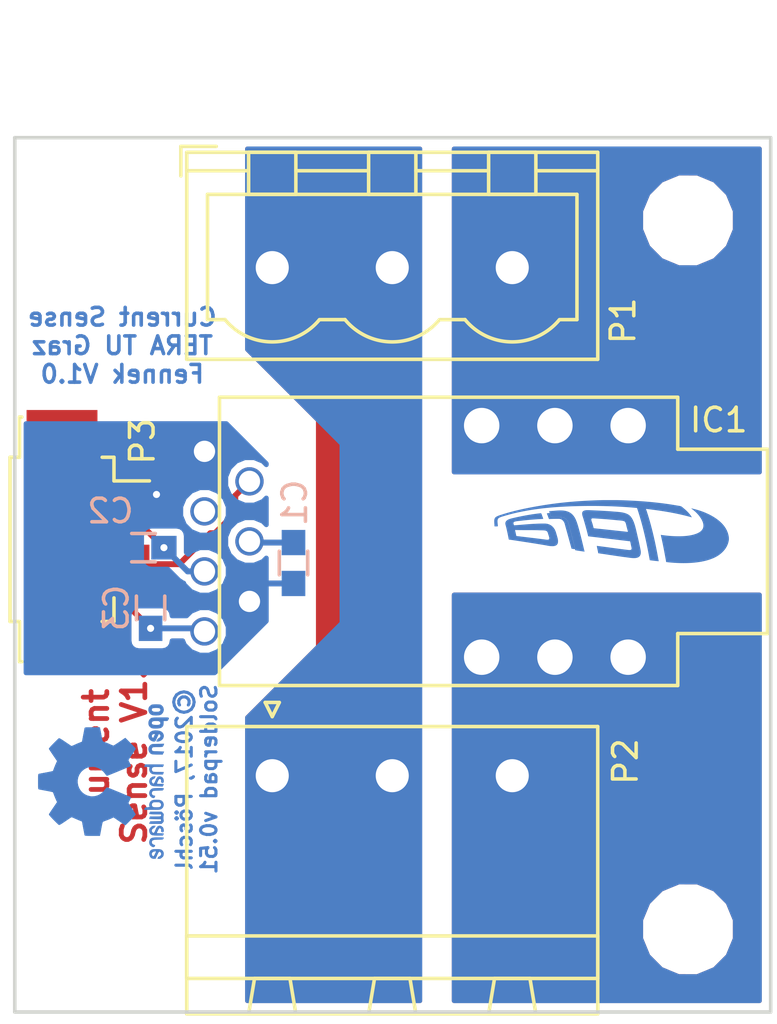
<source format=kicad_pcb>
(kicad_pcb (version 4) (host pcbnew no-vcs-found-product)

  (general
    (links 20)
    (no_connects 2)
    (area 112.924999 68.924999 145.075001 106.075001)
    (thickness 1.6)
    (drawings 7)
    (tracks 22)
    (zones 0)
    (modules 13)
    (nets 10)
  )

  (page A4)
  (title_block
    (company "TERA TU Graz")
  )

  (layers
    (0 F.Cu signal)
    (31 B.Cu signal)
    (32 B.Adhes user)
    (33 F.Adhes user)
    (34 B.Paste user)
    (35 F.Paste user)
    (36 B.SilkS user hide)
    (37 F.SilkS user hide)
    (38 B.Mask user)
    (39 F.Mask user)
    (40 Dwgs.User user)
    (41 Cmts.User user)
    (42 Eco1.User user)
    (43 Eco2.User user)
    (44 Edge.Cuts user)
    (45 Margin user)
    (46 B.CrtYd user)
    (47 F.CrtYd user)
    (48 B.Fab user)
    (49 F.Fab user)
  )

  (setup
    (last_trace_width 0.25)
    (user_trace_width 0.25)
    (user_trace_width 0.5)
    (user_trace_width 0.75)
    (user_trace_width 1)
    (user_trace_width 1.25)
    (user_trace_width 1.5)
    (user_trace_width 1.75)
    (user_trace_width 2)
    (trace_clearance 0.2)
    (zone_clearance 0.3)
    (zone_45_only no)
    (trace_min 0.2)
    (segment_width 0.2)
    (edge_width 0.15)
    (via_size 0.75)
    (via_drill 0.3)
    (via_min_size 0.65)
    (via_min_drill 0.2)
    (user_via 0.65 0.2)
    (user_via 0.75 0.3)
    (user_via 0.85 0.4)
    (user_via 0.95 0.5)
    (uvia_size 0.3)
    (uvia_drill 0.1)
    (uvias_allowed no)
    (uvia_min_size 0.2)
    (uvia_min_drill 0.1)
    (pcb_text_width 0.3)
    (pcb_text_size 1.5 1.5)
    (mod_edge_width 0.15)
    (mod_text_size 1 1)
    (mod_text_width 0.15)
    (pad_size 1.524 1.524)
    (pad_drill 0.8)
    (pad_to_mask_clearance 0.075)
    (solder_mask_min_width 0.06)
    (aux_axis_origin 0 0)
    (visible_elements FFFFFF7F)
    (pcbplotparams
      (layerselection 0x00030_ffffffff)
      (usegerberextensions false)
      (excludeedgelayer true)
      (linewidth 0.100000)
      (plotframeref false)
      (viasonmask true)
      (mode 1)
      (useauxorigin true)
      (hpglpennumber 1)
      (hpglpenspeed 20)
      (hpglpendiameter 15)
      (psnegative false)
      (psa4output false)
      (plotreference true)
      (plotvalue true)
      (plotinvisibletext false)
      (padsonsilk false)
      (subtractmaskfromsilk false)
      (outputformat 1)
      (mirror false)
      (drillshape 0)
      (scaleselection 1)
      (outputdirectory ""))
  )

  (net 0 "")
  (net 1 "Net-(IC1-Pad5)")
  (net 2 /HV+_out)
  (net 3 /HV+_In)
  (net 4 /Standby)
  (net 5 GND)
  (net 6 /Signal)
  (net 7 VCC)
  (net 8 /HV-)
  (net 9 "Net-(C1-Pad1)")

  (net_class Default "This is the default net class."
    (clearance 0.2)
    (trace_width 0.25)
    (via_dia 0.75)
    (via_drill 0.3)
    (uvia_dia 0.3)
    (uvia_drill 0.1)
    (add_net /HV+_In)
    (add_net /HV+_out)
    (add_net /HV-)
    (add_net /Signal)
    (add_net /Standby)
    (add_net GND)
    (add_net "Net-(C1-Pad1)")
    (add_net "Net-(IC1-Pad5)")
    (add_net VCC)
  )

  (module Mounting_Holes:MountingHole_3.2mm_M3 locked (layer F.Cu) (tedit 59356522) (tstamp 5935A481)
    (at 141.5 102.5)
    (descr "Mounting Hole 3.2mm, no annular, M3")
    (tags "mounting hole 3.2mm no annular m3")
    (fp_text reference REF** (at 0 -4.2) (layer F.SilkS) hide
      (effects (font (size 1 1) (thickness 0.15)))
    )
    (fp_text value MountingHole_3.2mm_M3 (at 0 4.2) (layer F.Fab) hide
      (effects (font (size 1 1) (thickness 0.15)))
    )
    (fp_circle (center 0 0) (end 3.2 0) (layer Cmts.User) (width 0.15))
    (fp_circle (center 0 0) (end 3.45 0) (layer F.CrtYd) (width 0.05))
    (pad 1 np_thru_hole circle (at 0 0) (size 3.2 3.2) (drill 3.2) (layers *.Cu *.Mask))
  )

  (module Mounting_Holes:MountingHole_3.2mm_M3 locked (layer F.Cu) (tedit 59356522) (tstamp 5935A47B)
    (at 116.5 102.5)
    (descr "Mounting Hole 3.2mm, no annular, M3")
    (tags "mounting hole 3.2mm no annular m3")
    (fp_text reference REF** (at 0 -4.2) (layer F.SilkS) hide
      (effects (font (size 1 1) (thickness 0.15)))
    )
    (fp_text value MountingHole_3.2mm_M3 (at 0 4.2) (layer F.Fab) hide
      (effects (font (size 1 1) (thickness 0.15)))
    )
    (fp_circle (center 0 0) (end 3.2 0) (layer Cmts.User) (width 0.15))
    (fp_circle (center 0 0) (end 3.45 0) (layer F.CrtYd) (width 0.05))
    (pad 1 np_thru_hole circle (at 0 0) (size 3.2 3.2) (drill 3.2) (layers *.Cu *.Mask))
  )

  (module Mounting_Holes:MountingHole_3.2mm_M3 locked (layer F.Cu) (tedit 59356522) (tstamp 59358354)
    (at 116.5 72.5)
    (descr "Mounting Hole 3.2mm, no annular, M3")
    (tags "mounting hole 3.2mm no annular m3")
    (fp_text reference REF** (at 0 -4.2) (layer F.SilkS) hide
      (effects (font (size 1 1) (thickness 0.15)))
    )
    (fp_text value MountingHole_3.2mm_M3 (at 0 4.2) (layer F.Fab) hide
      (effects (font (size 1 1) (thickness 0.15)))
    )
    (fp_circle (center 0 0) (end 3.2 0) (layer Cmts.User) (width 0.15))
    (fp_circle (center 0 0) (end 3.45 0) (layer F.CrtYd) (width 0.05))
    (pad 1 np_thru_hole circle (at 0 0) (size 3.2 3.2) (drill 3.2) (layers *.Cu *.Mask))
  )

  (module tera_atomic_ic:HO_25-NP_SP33 (layer F.Cu) (tedit 58556D30) (tstamp 593576D3)
    (at 132.766162 86.084929)
    (path /59360AFD)
    (fp_text reference IC1 (at 10.033838 -5.134929) (layer F.SilkS)
      (effects (font (size 1 1) (thickness 0.15)))
    )
    (fp_text value HO_25-NP/SP33 (at 0 1) (layer F.Fab)
      (effects (font (size 1 1) (thickness 0.15)))
    )
    (fp_line (start 12 3.8) (end 12 -3.8) (layer F.Fab) (width 0.05))
    (fp_line (start -11 -6) (end -11 6) (layer F.Fab) (width 0.05))
    (fp_line (start -11 -6) (end 8.2 -6) (layer F.Fab) (width 0.05))
    (fp_line (start 12 -3.8) (end 8.2 -3.8) (layer F.Fab) (width 0.05))
    (fp_line (start 8.2 -3.8) (end 8.2 -6) (layer F.Fab) (width 0.05))
    (fp_line (start 12 3.8) (end 8.2 3.8) (layer F.Fab) (width 0.05))
    (fp_line (start 8.2 3.8) (end 8.2 6) (layer F.Fab) (width 0.05))
    (fp_line (start 8.2 6) (end -11 6) (layer F.Fab) (width 0.05))
    (fp_line (start -11.1 -6.1) (end -11.1 6.1) (layer F.SilkS) (width 0.15))
    (fp_line (start -11.1 6.1) (end 8.3 6.1) (layer F.SilkS) (width 0.15))
    (fp_line (start 8.3 6.1) (end 8.3 3.9) (layer F.SilkS) (width 0.15))
    (fp_line (start 8.3 3.9) (end 12.1 3.9) (layer F.SilkS) (width 0.15))
    (fp_line (start 12.1 3.9) (end 12.1 -3.9) (layer F.SilkS) (width 0.15))
    (fp_line (start 12.1 -3.9) (end 8.3 -3.9) (layer F.SilkS) (width 0.15))
    (fp_line (start 8.3 -3.9) (end 8.3 -6.1) (layer F.SilkS) (width 0.15))
    (fp_line (start 8.3 -6.1) (end -11.1 -6.1) (layer F.SilkS) (width 0.15))
    (fp_text user %R (at 0 -1.2) (layer F.Fab)
      (effects (font (size 1 1) (thickness 0.15)))
    )
    (fp_line (start -13 -6.5) (end -13 6.5) (layer F.CrtYd) (width 0.05))
    (fp_line (start -13 6.5) (end 12.5 6.5) (layer F.CrtYd) (width 0.05))
    (fp_line (start 12.5 6.5) (end 12.5 -6.5) (layer F.CrtYd) (width 0.05))
    (fp_line (start 12.5 -6.5) (end -13 -6.5) (layer F.CrtYd) (width 0.05))
    (pad 12 thru_hole circle (at 3.1 4.9) (size 2.1 2.1) (drill 1.5) (layers *.Cu *.Mask)
      (net 2 /HV+_out))
    (pad 13 thru_hole circle (at 0 4.9) (size 2.1 2.1) (drill 1.5) (layers *.Cu *.Mask)
      (net 2 /HV+_out))
    (pad 11 thru_hole circle (at 6.2 4.9) (size 2.1 2.1) (drill 1.5) (layers *.Cu *.Mask)
      (net 2 /HV+_out))
    (pad 10 thru_hole circle (at 6.2 -4.9) (size 2.1 2.1) (drill 1.5) (layers *.Cu *.Mask)
      (net 3 /HV+_In))
    (pad 8 thru_hole circle (at 0 -4.9) (size 2.1 2.1) (drill 1.5) (layers *.Cu *.Mask)
      (net 3 /HV+_In))
    (pad 9 thru_hole circle (at 3.1 -4.9) (size 2.1 2.1) (drill 1.5) (layers *.Cu *.Mask)
      (net 3 /HV+_In))
    (pad 4 thru_hole circle (at -9.83 0) (size 1.2 1.2) (drill 0.9) (layers *.Cu *.Mask)
      (net 9 "Net-(C1-Pad1)"))
    (pad 6 thru_hole circle (at -9.83 -2.54) (size 1.2 1.2) (drill 0.9) (layers *.Cu *.Mask)
      (net 4 /Standby))
    (pad 2 thru_hole circle (at -9.83 2.54) (size 1.2 1.2) (drill 0.9) (layers *.Cu *.Mask)
      (net 5 GND))
    (pad 3 thru_hole circle (at -11.735 1.27) (size 1.2 1.2) (drill 0.9) (layers *.Cu *.Mask)
      (net 6 /Signal))
    (pad 5 thru_hole circle (at -11.735 -1.27) (size 1.2 1.2) (drill 0.9) (layers *.Cu *.Mask)
      (net 1 "Net-(IC1-Pad5)"))
    (pad 7 thru_hole circle (at -11.735 -3.81) (size 1.2 1.2) (drill 0.9) (layers *.Cu *.Mask)
      (net 5 GND))
    (pad 1 thru_hole circle (at -11.735 3.81) (size 1.2 1.2) (drill 0.9) (layers *.Cu *.Mask)
      (net 7 VCC))
    (model ${KISYS3DMOD}/tera_lem.3dshapes/HO_25_NP_SP33.wrl
      (at (xyz 0 0 0))
      (scale (xyz 1 1 1))
      (rotate (xyz 0 0 0))
    )
  )

  (module tera_Connectors_Phoenix:PhoenixContact_MSTBA-G_03x5.08mm_Angled (layer F.Cu) (tedit 586E73DA) (tstamp 593577BF)
    (at 123.9 96)
    (descr "Generic Phoenix Contact connector footprint for series: MSTBA-G; number of pins: 03; pin pitch: 5.08mm; Angled || order number: 1923872 16A (HC) || order number: 1757255 12A")
    (tags phoenix_contactMSTBA_01x03_G_5.08mm)
    (path /5936143F)
    (fp_text reference P2 (at -2.35 3) (layer F.Fab)
      (effects (font (size 1 1) (thickness 0.15)))
    )
    (fp_text value output (at -0.95 4.4) (layer F.Fab)
      (effects (font (size 1 1) (thickness 0.15)))
    )
    (fp_line (start 0 -0.5) (end 1.25 -2) (layer F.Fab) (width 0.05))
    (fp_line (start -1.25 -2) (end 0 -0.5) (layer F.Fab) (width 0.05))
    (fp_line (start -3.62 -2.08) (end -3.62 10.08) (layer F.SilkS) (width 0.15))
    (fp_line (start -3.62 10.08) (end 13.78 10.08) (layer F.SilkS) (width 0.15))
    (fp_line (start 13.78 10.08) (end 13.78 -2.08) (layer F.SilkS) (width 0.15))
    (fp_line (start 13.78 -2.08) (end -3.62 -2.08) (layer F.SilkS) (width 0.15))
    (fp_line (start -3.54 -2) (end -3.54 10) (layer F.Fab) (width 0.05))
    (fp_line (start -3.54 10) (end 13.7 10) (layer F.Fab) (width 0.05))
    (fp_line (start 13.7 10) (end 13.7 -2) (layer F.Fab) (width 0.05))
    (fp_line (start 13.7 -2) (end -3.54 -2) (layer F.Fab) (width 0.05))
    (fp_line (start -3.62 8.58) (end -3.62 6.78) (layer F.SilkS) (width 0.15))
    (fp_line (start -3.62 6.78) (end 13.78 6.78) (layer F.SilkS) (width 0.15))
    (fp_line (start 13.78 6.78) (end 13.78 8.58) (layer F.SilkS) (width 0.15))
    (fp_line (start 13.78 8.58) (end -3.62 8.58) (layer F.SilkS) (width 0.15))
    (fp_line (start -1 10.08) (end 1 10.08) (layer F.SilkS) (width 0.15))
    (fp_line (start 1 10.08) (end 0.75 8.58) (layer F.SilkS) (width 0.15))
    (fp_line (start 0.75 8.58) (end -0.75 8.58) (layer F.SilkS) (width 0.15))
    (fp_line (start -0.75 8.58) (end -1 10.08) (layer F.SilkS) (width 0.15))
    (fp_line (start 4.08 10.08) (end 6.08 10.08) (layer F.SilkS) (width 0.15))
    (fp_line (start 6.08 10.08) (end 5.83 8.58) (layer F.SilkS) (width 0.15))
    (fp_line (start 5.83 8.58) (end 4.33 8.58) (layer F.SilkS) (width 0.15))
    (fp_line (start 4.33 8.58) (end 4.08 10.08) (layer F.SilkS) (width 0.15))
    (fp_line (start 9.16 10.08) (end 11.16 10.08) (layer F.SilkS) (width 0.15))
    (fp_line (start 11.16 10.08) (end 10.91 8.58) (layer F.SilkS) (width 0.15))
    (fp_line (start 10.91 8.58) (end 9.41 8.58) (layer F.SilkS) (width 0.15))
    (fp_line (start 9.41 8.58) (end 9.16 10.08) (layer F.SilkS) (width 0.15))
    (fp_line (start -4.05 -2.5) (end -4.05 10.5) (layer F.CrtYd) (width 0.05))
    (fp_line (start -4.05 10.5) (end 14.2 10.5) (layer F.CrtYd) (width 0.05))
    (fp_line (start 14.2 10.5) (end 14.2 -2.5) (layer F.CrtYd) (width 0.05))
    (fp_line (start 14.2 -2.5) (end -4.05 -2.5) (layer F.CrtYd) (width 0.05))
    (fp_line (start 0 -2.5) (end 0.3 -3.1) (layer F.SilkS) (width 0.15))
    (fp_line (start 0.3 -3.1) (end -0.3 -3.1) (layer F.SilkS) (width 0.15))
    (fp_line (start -0.3 -3.1) (end 0 -2.5) (layer F.SilkS) (width 0.15))
    (fp_text user %R (at 14.95 -0.6 90) (layer F.SilkS)
      (effects (font (size 1 1) (thickness 0.15)))
    )
    (pad 1 thru_hole rect (at 0 0) (size 2.1 3.6) (drill 1.4) (layers *.Cu *.Mask)
      (net 8 /HV-))
    (pad 2 thru_hole oval (at 5.08 0) (size 2.1 3.6) (drill 1.4) (layers *.Cu *.Mask)
      (net 8 /HV-))
    (pad 3 thru_hole oval (at 10.16 0) (size 2.1 3.6) (drill 1.4) (layers *.Cu *.Mask)
      (net 2 /HV+_out))
    (model tera_Connectors_Phoenix.3dshapes/PhoenixContact_MSTBA-G_03x5.08mm_Angled.wrl
      (at (xyz 0 0 0))
      (scale (xyz 1 1 1))
      (rotate (xyz 0 0 0))
    )
  )

  (module tera_Connectors_Molex:Molex_PicoBlade_53261-0471_04x1.25mm_Angled (layer F.Cu) (tedit 57F63967) (tstamp 59357836)
    (at 115 86 270)
    (descr "Molex PicoBlade, single row, side entry type, surface mount, PN:53261-0471")
    (tags "connector picoblade header Molex smt")
    (path /59360F1D)
    (fp_text reference P3 (at 2.2 1.15 270) (layer F.Fab)
      (effects (font (size 1 1) (thickness 0.15)))
    )
    (fp_text value signal (at 1 -1.1 270) (layer F.Fab)
      (effects (font (size 1 1) (thickness 0.15)))
    )
    (fp_line (start -3.375 -2.1) (end 3.375 -2.1) (layer F.Fab) (width 0.05))
    (fp_line (start 3.375 -2.1) (end 3.375 2.1) (layer F.Fab) (width 0.05))
    (fp_line (start 3.375 2.1) (end -3.375 2.1) (layer F.Fab) (width 0.05))
    (fp_line (start -3.375 2.1) (end -3.375 -2.1) (layer F.Fab) (width 0.05))
    (fp_line (start 3.375 -1.1) (end 5.075 -1.1) (layer F.Fab) (width 0.05))
    (fp_line (start 5.075 -1.1) (end 5.075 1.7) (layer F.Fab) (width 0.05))
    (fp_line (start 5.075 1.7) (end 3.375 1.7) (layer F.Fab) (width 0.05))
    (fp_line (start -3.375 1.7) (end -5.075 1.7) (layer F.Fab) (width 0.05))
    (fp_line (start -5.075 1.7) (end -5.075 -1.1) (layer F.Fab) (width 0.05))
    (fp_line (start -5.075 -1.1) (end -3.375 -1.1) (layer F.Fab) (width 0.05))
    (fp_line (start -2.5 -2.1) (end -1.875 -1.1) (layer F.Fab) (width 0.05))
    (fp_line (start -1.875 -1.1) (end -1.25 -2.1) (layer F.Fab) (width 0.05))
    (fp_line (start -2.475 -3.7) (end -2.475 -2.2) (layer F.SilkS) (width 0.15))
    (fp_line (start -2.475 -2.2) (end -3.475 -2.2) (layer F.SilkS) (width 0.15))
    (fp_line (start -3.475 -2.2) (end -3.475 -1.7) (layer F.SilkS) (width 0.15))
    (fp_line (start 2.475 -2.2) (end 3.475 -2.2) (layer F.SilkS) (width 0.15))
    (fp_line (start 3.475 -2.2) (end 3.475 -1.7) (layer F.SilkS) (width 0.15))
    (fp_line (start -5.175 1.7) (end -5.175 1.8) (layer F.SilkS) (width 0.15))
    (fp_line (start -5.175 1.8) (end -3.475 1.8) (layer F.SilkS) (width 0.15))
    (fp_line (start -3.475 1.8) (end -3.475 2.2) (layer F.SilkS) (width 0.15))
    (fp_line (start -3.475 2.2) (end 3.475 2.2) (layer F.SilkS) (width 0.15))
    (fp_line (start 3.475 2.2) (end 3.475 1.8) (layer F.SilkS) (width 0.15))
    (fp_line (start 3.475 1.8) (end 5.175 1.8) (layer F.SilkS) (width 0.15))
    (fp_line (start 5.175 1.8) (end 5.175 1.7) (layer F.SilkS) (width 0.15))
    (fp_line (start -5.95 -4.2) (end -5.95 2.6) (layer F.CrtYd) (width 0.05))
    (fp_line (start -5.95 2.6) (end 5.95 2.6) (layer F.CrtYd) (width 0.05))
    (fp_line (start 5.95 2.6) (end 5.95 -4.2) (layer F.CrtYd) (width 0.05))
    (fp_line (start 5.95 -4.2) (end -5.95 -4.2) (layer F.CrtYd) (width 0.05))
    (fp_text user %R (at -4.15 -3.4 270) (layer F.SilkS)
      (effects (font (size 1 1) (thickness 0.15)))
    )
    (pad 1 smd rect (at -1.875 -2.9 270) (size 0.8 1.6) (layers F.Cu F.Paste F.Mask)
      (net 5 GND))
    (pad 2 smd rect (at -0.625 -2.9 270) (size 0.8 1.6) (layers F.Cu F.Paste F.Mask)
      (net 6 /Signal))
    (pad 3 smd rect (at 0.625 -2.9 270) (size 0.8 1.6) (layers F.Cu F.Paste F.Mask)
      (net 4 /Standby))
    (pad 4 smd rect (at 1.875 -2.9 270) (size 0.8 1.6) (layers F.Cu F.Paste F.Mask)
      (net 7 VCC))
    (pad "" smd rect (at -4.425 0 270) (size 2.1 3) (layers F.Cu F.Paste F.Mask))
    (pad "" smd rect (at 4.425 0 270) (size 2.1 3) (layers F.Cu F.Paste F.Mask))
    (model tera_Connectors_Molex.3dshapes/Molex_PicoBlade_53261-0471_04x1.25mm_Angled.wrl
      (at (xyz 0 0 0))
      (scale (xyz 1 1 1))
      (rotate (xyz 0 0 0))
    )
  )

  (module Mounting_Holes:MountingHole_3.2mm_M3 locked (layer F.Cu) (tedit 59356522) (tstamp 59358305)
    (at 141.5 72.5)
    (descr "Mounting Hole 3.2mm, no annular, M3")
    (tags "mounting hole 3.2mm no annular m3")
    (fp_text reference REF** (at 0 -4.2) (layer F.SilkS) hide
      (effects (font (size 1 1) (thickness 0.15)))
    )
    (fp_text value MountingHole_3.2mm_M3 (at 0 4.2) (layer F.Fab) hide
      (effects (font (size 1 1) (thickness 0.15)))
    )
    (fp_circle (center 0 0) (end 3.2 0) (layer Cmts.User) (width 0.15))
    (fp_circle (center 0 0) (end 3.45 0) (layer F.CrtYd) (width 0.05))
    (pad 1 np_thru_hole circle (at 0 0) (size 3.2 3.2) (drill 3.2) (layers *.Cu *.Mask))
  )

  (module tera_Connectors_Phoenix:PhoenixContact_MSTBVA-G_03x5.08mm_Vertical (layer F.Cu) (tedit 593567CF) (tstamp 5935A2BE)
    (at 123.9 74.5)
    (descr "Generic Phoenix Contact connector footprint for series: MSTBVA-G; number of pins: 03; pin pitch: 5.08mm; Vertical || order number: 1755749 12A || order number: 1924318 16A (HC)")
    (tags "phoenix_contact connector MSTBVA_01x03_G_5.08mm")
    (path /593612EB)
    (fp_text reference P1 (at -2.4 -3.8) (layer F.Fab)
      (effects (font (size 1 1) (thickness 0.15)))
    )
    (fp_text value Input (at -1.4 2.85) (layer F.Fab)
      (effects (font (size 1 1) (thickness 0.15)))
    )
    (fp_line (start -3.87 -5.13) (end -3.87 -3.88) (layer F.SilkS) (width 0.15))
    (fp_line (start -2.37 -5.13) (end -3.87 -5.13) (layer F.SilkS) (width 0.15))
    (fp_arc (start 0 0.55) (end -2 2.2) (angle -100.5) (layer F.SilkS) (width 0.15))
    (fp_arc (start 5.08 0.55) (end 3.08 2.2) (angle -100.5) (layer F.SilkS) (width 0.15))
    (fp_arc (start 10.16 0.55) (end 8.16 2.2) (angle -100.5) (layer F.SilkS) (width 0.15))
    (fp_line (start -3.62 -4.88) (end -3.62 3.88) (layer F.SilkS) (width 0.15))
    (fp_line (start -3.62 3.88) (end 13.78 3.88) (layer F.SilkS) (width 0.15))
    (fp_line (start 13.78 3.88) (end 13.78 -4.88) (layer F.SilkS) (width 0.15))
    (fp_line (start 13.78 -4.88) (end -3.62 -4.88) (layer F.SilkS) (width 0.15))
    (fp_line (start -3.54 -4.8) (end -3.54 3.8) (layer F.Fab) (width 0.05))
    (fp_line (start -3.54 3.8) (end 13.7 3.8) (layer F.Fab) (width 0.05))
    (fp_line (start 13.7 3.8) (end 13.7 -4.8) (layer F.Fab) (width 0.05))
    (fp_line (start 13.7 -4.8) (end -3.54 -4.8) (layer F.Fab) (width 0.05))
    (fp_line (start -3.62 -4.1) (end -1.08 -4.1) (layer F.SilkS) (width 0.15))
    (fp_line (start 13.78 -4.1) (end 11.24 -4.1) (layer F.SilkS) (width 0.15))
    (fp_line (start 1 -4.1) (end 4.08 -4.1) (layer F.SilkS) (width 0.15))
    (fp_line (start 6.08 -4.1) (end 9.16 -4.1) (layer F.SilkS) (width 0.15))
    (fp_line (start -1 -3.1) (end -1 -4.88) (layer F.SilkS) (width 0.15))
    (fp_line (start -1 -4.88) (end 1 -4.88) (layer F.SilkS) (width 0.15))
    (fp_line (start 1 -4.88) (end 1 -3.1) (layer F.SilkS) (width 0.15))
    (fp_line (start 1 -3.1) (end -1 -3.1) (layer F.SilkS) (width 0.15))
    (fp_line (start 4.08 -3.1) (end 4.08 -4.88) (layer F.SilkS) (width 0.15))
    (fp_line (start 4.08 -4.88) (end 6.08 -4.88) (layer F.SilkS) (width 0.15))
    (fp_line (start 6.08 -4.88) (end 6.08 -3.1) (layer F.SilkS) (width 0.15))
    (fp_line (start 6.08 -3.1) (end 4.08 -3.1) (layer F.SilkS) (width 0.15))
    (fp_line (start 9.16 -3.1) (end 9.16 -4.88) (layer F.SilkS) (width 0.15))
    (fp_line (start 9.16 -4.88) (end 11.16 -4.88) (layer F.SilkS) (width 0.15))
    (fp_line (start 11.16 -4.88) (end 11.16 -3.1) (layer F.SilkS) (width 0.15))
    (fp_line (start 11.16 -3.1) (end 9.16 -3.1) (layer F.SilkS) (width 0.15))
    (fp_line (start 2 2.2) (end 3.08 2.2) (layer F.SilkS) (width 0.15))
    (fp_line (start 7.08 2.2) (end 8.16 2.2) (layer F.SilkS) (width 0.15))
    (fp_line (start -2 2.2) (end -2.74 2.2) (layer F.SilkS) (width 0.15))
    (fp_line (start -2.74 2.2) (end -2.74 -3.1) (layer F.SilkS) (width 0.15))
    (fp_line (start -2.74 -3.1) (end 12.9 -3.1) (layer F.SilkS) (width 0.15))
    (fp_line (start 12.9 -3.1) (end 12.9 2.2) (layer F.SilkS) (width 0.15))
    (fp_line (start 12.9 2.2) (end 12.16 2.2) (layer F.SilkS) (width 0.15))
    (fp_line (start -4.04 -5.3) (end -4.04 4.3) (layer F.CrtYd) (width 0.05))
    (fp_line (start -4.04 4.3) (end 14.2 4.3) (layer F.CrtYd) (width 0.05))
    (fp_line (start 14.2 4.3) (end 14.2 -5.3) (layer F.CrtYd) (width 0.05))
    (fp_line (start 14.2 -5.3) (end -4.04 -5.3) (layer F.CrtYd) (width 0.05))
    (fp_text user %R (at 14.85 2.25 90) (layer F.SilkS)
      (effects (font (size 1 1) (thickness 0.15)))
    )
    (fp_text user "Plug 12mm above PCB" (at 5.08 -8.8) (layer Cmts.User)
      (effects (font (size 0.55 0.55) (thickness 0.1)))
    )
    (fp_line (start 12.72 -11.3) (end 12.72 -4.8) (layer Cmts.User) (width 0.05))
    (fp_line (start -2.56 -11.3) (end 12.72 -11.3) (layer Cmts.User) (width 0.05))
    (fp_line (start -2.56 -4.8) (end -2.56 -11.3) (layer Cmts.User) (width 0.05))
    (fp_line (start 0 -2.8) (end -1.5 -4.8) (layer F.Fab) (width 0.05))
    (fp_line (start 0 -2.8) (end 1.5 -4.8) (layer F.Fab) (width 0.05))
    (pad 1 thru_hole rect (at 0 0) (size 2.1 3.6) (drill 1.4) (layers *.Cu *.Mask)
      (net 8 /HV-))
    (pad 2 thru_hole oval (at 5.08 0) (size 2.1 3.6) (drill 1.4) (layers *.Cu *.Mask)
      (net 8 /HV-))
    (pad 3 thru_hole oval (at 10.16 0) (size 2.1 3.6) (drill 1.4) (layers *.Cu *.Mask)
      (net 3 /HV+_In))
    (model tera_Connectors_Phoenix.3dshapes/PhoenixContact_MSTBVA-G_03x5.08mm_Vertical.wrl
      (at (xyz 0 0 0))
      (scale (xyz 1 1 1))
      (rotate (xyz 0 0 0))
    )
  )

  (module tera_logos:TERA_TextOnly_Cu_2.5x9.5mm locked (layer B.Cu) (tedit 586FBC61) (tstamp 5937D866)
    (at 137.95 85.65 180)
    (descr "Imported from TERA_TextOnly_Cu.svg")
    (tags svg2mod)
    (attr smd)
    (fp_text reference svg2mod (at 0 4.45995 180) (layer B.SilkS) hide
      (effects (font (thickness 0.3048)) (justify mirror))
    )
    (fp_text value G*** (at 0 -4.45995 180) (layer B.SilkS) hide
      (effects (font (thickness 0.3048)) (justify mirror))
    )
    (fp_poly (pts (xy 4.627814 0.545546) (xy 4.638286 0.52065) (xy 4.64539 0.492767) (xy 4.649629 0.462455)
      (xy 4.651504 0.430272) (xy 4.65152 0.396779) (xy 4.650179 0.362532) (xy 4.647984 0.328091)
      (xy 4.645436 0.294015) (xy 4.64304 0.260861) (xy 4.641298 0.229189) (xy 4.640712 0.199558)
      (xy 4.605535 0.199966) (xy 4.569231 0.199225) (xy 4.533939 0.199467) (xy 4.501796 0.202825)
      (xy 4.501899 0.232159) (xy 4.503684 0.263386) (xy 4.506485 0.295898) (xy 4.509636 0.329087)
      (xy 4.51247 0.362345) (xy 4.514323 0.395066) (xy 4.514529 0.426641) (xy 4.512421 0.456464)
      (xy 4.507333 0.483925) (xy 4.4986 0.508417) (xy 4.485556 0.529334) (xy 4.469045 0.545527)
      (xy 4.447394 0.560598) (xy 4.421536 0.574615) (xy 4.392404 0.587648) (xy 4.360932 0.599765)
      (xy 4.32805 0.611035) (xy 4.294694 0.621528) (xy 4.261794 0.631312) (xy 4.230285 0.640456)
      (xy 4.201098 0.64903) (xy 4.170352 0.65815) (xy 4.13945 0.667156) (xy 4.108393 0.676049)
      (xy 4.077185 0.684829) (xy 4.045826 0.693497) (xy 4.014319 0.702053) (xy 3.982666 0.710497)
      (xy 3.950868 0.71883) (xy 3.918928 0.727051) (xy 3.886847 0.735162) (xy 3.854627 0.743162)
      (xy 3.822271 0.751052) (xy 3.78978 0.758833) (xy 3.757156 0.766504) (xy 3.724402 0.774065)
      (xy 3.691518 0.781519) (xy 3.658507 0.788863) (xy 3.625371 0.7961) (xy 3.592112 0.803229)
      (xy 3.558732 0.81025) (xy 3.525232 0.817164) (xy 3.491615 0.823972) (xy 3.457882 0.830673)
      (xy 3.424036 0.837268) (xy 3.390078 0.843757) (xy 3.356011 0.850141) (xy 3.321836 0.856419)
      (xy 3.287555 0.862593) (xy 3.25317 0.868663) (xy 3.218683 0.874628) (xy 3.184096 0.88049)
      (xy 3.149411 0.886248) (xy 3.11463 0.891904) (xy 3.079754 0.897456) (xy 3.044786 0.902906)
      (xy 3.009728 0.908254) (xy 2.974581 0.913501) (xy 2.939348 0.918645) (xy 2.90403 0.923689)
      (xy 2.86863 0.928632) (xy 2.833148 0.933475) (xy 2.797588 0.938218) (xy 2.761951 0.94286)
      (xy 2.726239 0.947404) (xy 2.690454 0.951848) (xy 2.654598 0.956194) (xy 2.618673 0.960441)
      (xy 2.58268 0.964591) (xy 2.546623 0.968642) (xy 2.510501 0.972596) (xy 2.474319 0.976453)
      (xy 2.438076 0.980214) (xy 2.401777 0.983878) (xy 2.365421 0.987446) (xy 2.329012 0.990918)
      (xy 2.292551 0.994295) (xy 2.25604 0.997576) (xy 2.219481 1.000763) (xy 2.182877 1.003856)
      (xy 2.146228 1.006855) (xy 2.109537 1.00976) (xy 2.072805 1.012571) (xy 2.036036 1.01529)
      (xy 1.99923 1.017916) (xy 1.962389 1.020449) (xy 1.925516 1.022891) (xy 1.888613 1.02524)
      (xy 1.851681 1.027499) (xy 1.814722 1.029666) (xy 1.777738 1.031743) (xy 1.740732 1.033729)
      (xy 1.705363 1.035557) (xy 1.669943 1.037329) (xy 1.634472 1.039047) (xy 1.598952 1.04071)
      (xy 1.563387 1.042318) (xy 1.527776 1.043872) (xy 1.492124 1.04537) (xy 1.45643 1.046814)
      (xy 1.420698 1.048203) (xy 1.384929 1.049536) (xy 1.349126 1.050815) (xy 1.313289 1.052039)
      (xy 1.277421 1.053207) (xy 1.241525 1.054321) (xy 1.205601 1.055379) (xy 1.169652 1.056383)
      (xy 1.13368 1.057331) (xy 1.097686 1.058224) (xy 1.061673 1.059061) (xy 1.025643 1.059844)
      (xy 0.989597 1.060571) (xy 0.953538 1.061243) (xy 0.917467 1.061859) (xy 0.881386 1.062421)
      (xy 0.845297 1.062926) (xy 0.809203 1.063377) (xy 0.773105 1.063772) (xy 0.737004 1.064111)
      (xy 0.700904 1.064395) (xy 0.664805 1.064624) (xy 0.62871 1.064797) (xy 0.592621 1.064914)
      (xy 0.55654 1.064975) (xy 0.520468 1.064982) (xy 0.484408 1.064932) (xy 0.448361 1.064827)
      (xy 0.41233 1.064665) (xy 0.376316 1.064449) (xy 0.340321 1.064176) (xy 0.304347 1.063848)
      (xy 0.268397 1.063463) (xy 0.232471 1.063023) (xy 0.196573 1.062527) (xy 0.160703 1.061975)
      (xy 0.124865 1.061367) (xy 0.089059 1.060704) (xy 0.053287 1.059984) (xy 0.017553 1.059208)
      (xy -0.018143 1.058376) (xy -0.053799 1.057488) (xy -0.089412 1.056544) (xy -0.12498 1.055543)
      (xy -0.160503 1.054487) (xy -0.195977 1.053374) (xy -0.231401 1.052205) (xy -0.266773 1.05098)
      (xy -0.302091 1.049698) (xy -0.337353 1.04836) (xy -0.372557 1.046966) (xy -0.407701 1.045516)
      (xy -0.442783 1.044009) (xy -0.477802 1.042446) (xy -0.512755 1.040826) (xy -0.547641 1.039149)
      (xy -0.582457 1.037417) (xy -0.617201 1.035627) (xy -0.651873 1.033781) (xy -0.686469 1.031879)
      (xy -0.720987 1.02992) (xy -0.755427 1.027904) (xy -0.789786 1.025831) (xy -0.824061 1.023702)
      (xy -0.858252 1.021516) (xy -0.892356 1.019273) (xy -0.926371 1.016974) (xy -0.960295 1.014618)
      (xy -0.994126 1.012204) (xy -1.027863 1.009734) (xy -1.061504 1.007207) (xy -1.095046 1.004624)
      (xy -1.128487 1.001983) (xy -1.161826 0.999285) (xy -1.195061 0.99653) (xy -1.22819 0.993718)
      (xy -1.261211 0.990849) (xy -1.294121 0.987923) (xy -1.32692 0.98494) (xy -1.359605 0.981899)
      (xy -1.392174 0.978802) (xy -1.402911 0.947209) (xy -1.413555 0.915522) (xy -1.424107 0.883744)
      (xy -1.434567 0.851874) (xy -1.444937 0.819913) (xy -1.455217 0.787862) (xy -1.465408 0.755723)
      (xy -1.47551 0.723495) (xy -1.485526 0.69118) (xy -1.495454 0.658778) (xy -1.505297 0.626291)
      (xy -1.515055 0.593718) (xy -1.524729 0.561062) (xy -1.534319 0.528322) (xy -1.543827 0.4955)
      (xy -1.553253 0.462596) (xy -1.562598 0.429612) (xy -1.571864 0.396547) (xy -1.58105 0.363404)
      (xy -1.590158 0.330182) (xy -1.599188 0.296882) (xy -1.608141 0.263506) (xy -1.617018 0.230054)
      (xy -1.625821 0.196527) (xy -1.634549 0.162926) (xy -1.643203 0.129251) (xy -1.651785 0.095503)
      (xy -1.660295 0.061684) (xy -1.668734 0.027794) (xy -1.677103 -0.006166) (xy -1.685402 -0.040196)
      (xy -1.693632 -0.074294) (xy -1.701795 -0.108459) (xy -1.709891 -0.142692) (xy -1.717921 -0.17699)
      (xy -1.725886 -0.211354) (xy -1.733786 -0.245782) (xy -1.741622 -0.280274) (xy -1.749396 -0.314828)
      (xy -1.757107 -0.349445) (xy -1.764758 -0.384122) (xy -1.772347 -0.41886) (xy -1.779878 -0.453657)
      (xy -1.787349 -0.488513) (xy -1.794763 -0.523427) (xy -1.802119 -0.558397) (xy -1.80942 -0.593424)
      (xy -1.816664 -0.628506) (xy -1.823854 -0.663643) (xy -1.83099 -0.698833) (xy -1.838074 -0.734077)
      (xy -1.845104 -0.769372) (xy -1.852084 -0.804718) (xy -1.859013 -0.840115) (xy -1.865892 -0.875562)
      (xy -1.872722 -0.911058) (xy -1.879505 -0.946601) (xy -1.886239 -0.982191) (xy -1.892928 -1.017828)
      (xy -1.89957 -1.053511) (xy -1.906168 -1.089238) (xy -1.912722 -1.125009) (xy -1.919233 -1.160822)
      (xy -1.925701 -1.196679) (xy -1.932127 -1.232576) (xy -1.966062 -1.236682) (xy -2.000506 -1.240922)
      (xy -2.035321 -1.245233) (xy -2.070366 -1.24955) (xy -2.105503 -1.253812) (xy -2.140593 -1.257953)
      (xy -2.175495 -1.261911) (xy -2.210071 -1.265622) (xy -2.244181 -1.269022) (xy -2.277686 -1.272048)
      (xy -2.310447 -1.274637) (xy -2.304098 -1.238603) (xy -2.297703 -1.202616) (xy -2.291261 -1.166677)
      (xy -2.28477 -1.130785) (xy -2.278231 -1.094943) (xy -2.271642 -1.05915) (xy -2.265004 -1.023408)
      (xy -2.258315 -0.987716) (xy -2.251574 -0.952076) (xy -2.244781 -0.916489) (xy -2.237935 -0.880954)
      (xy -2.231036 -0.845474) (xy -2.224082 -0.810047) (xy -2.217074 -0.774676) (xy -2.21001 -0.73936)
      (xy -2.20289 -0.704101) (xy -2.195712 -0.6689) (xy -2.188477 -0.633756) (xy -2.181184 -0.59867)
      (xy -2.173831 -0.563644) (xy -2.166419 -0.528678) (xy -2.158946 -0.493773) (xy -2.151412 -0.458928)
      (xy -2.143815 -0.424146) (xy -2.136157 -0.389427) (xy -2.128435 -0.354771) (xy -2.120649 -0.320179)
      (xy -2.112799 -0.285652) (xy -2.104883 -0.25119) (xy -2.096901 -0.216795) (xy -2.088852 -0.182466)
      (xy -2.080736 -0.148205) (xy -2.072551 -0.114012) (xy -2.064298 -0.079888) (xy -2.055975 -0.045834)
      (xy -2.047582 -0.01185) (xy -2.039118 0.022062) (xy -2.030582 0.055903) (xy -2.021974 0.089672)
      (xy -2.013293 0.123368) (xy -2.004539 0.156989) (xy -1.995709 0.190537) (xy -1.986805 0.224009)
      (xy -1.977825 0.257405) (xy -1.968768 0.290725) (xy -1.959634 0.323967) (xy -1.950422 0.357132)
      (xy -1.941132 0.390218) (xy -1.931762 0.423224) (xy -1.922313 0.456151) (xy -1.912782 0.488996)
      (xy -1.90317 0.521761) (xy -1.893476 0.554443) (xy -1.8837 0.587043) (xy -1.87384 0.619559)
      (xy -1.863895 0.65199) (xy -1.853866 0.684337) (xy -1.843751 0.716599) (xy -1.83355 0.748774)
      (xy -1.823262 0.780862) (xy -1.812886 0.812863) (xy -1.802422 0.844775) (xy -1.791869 0.876598)
      (xy -1.781226 0.908331) (xy -1.770493 0.939975) (xy -1.806744 0.935838) (xy -1.842932 0.93164)
      (xy -1.879057 0.927378) (xy -1.915119 0.923053) (xy -1.951115 0.918663) (xy -1.987046 0.914208)
      (xy -2.022911 0.909686) (xy -2.058709 0.905098) (xy -2.094438 0.900441) (xy -2.130099 0.895716)
      (xy -2.16569 0.890922) (xy -2.201211 0.886057) (xy -2.23666 0.881121) (xy -2.272038 0.876113)
      (xy -2.307343 0.871033) (xy -2.342574 0.865878) (xy -2.37773 0.86065) (xy -2.412812 0.855346)
      (xy -2.447817 0.849966) (xy -2.482745 0.84451) (xy -2.517596 0.838976) (xy -2.552368 0.833363)
      (xy -2.587061 0.827671) (xy -2.621673 0.821899) (xy -2.656205 0.816046) (xy -2.690655 0.810111)
      (xy -2.725023 0.804094) (xy -2.759307 0.797993) (xy -2.793507 0.791808) (xy -2.827622 0.785539)
      (xy -2.861651 0.779183) (xy -2.895593 0.772741) (xy -2.929448 0.766211) (xy -2.963215 0.759593)
      (xy -2.996893 0.752886) (xy -3.030481 0.746089) (xy -3.063978 0.739201) (xy -3.097384 0.732222)
      (xy -3.130698 0.72515) (xy -3.163918 0.717986) (xy -3.197045 0.710727) (xy -3.230077 0.703373)
      (xy -3.263013 0.695924) (xy -3.295853 0.688379) (xy -3.328596 0.680736) (xy -3.361241 0.672995)
      (xy -3.393787 0.665155) (xy -3.426233 0.657215) (xy -3.45858 0.649175) (xy -3.490825 0.641034)
      (xy -3.522968 0.63279) (xy -3.555008 0.624444) (xy -3.586944 0.615994) (xy -3.618776 0.607439)
      (xy -3.650503 0.598778) (xy -3.682124 0.590012) (xy -3.713638 0.581138) (xy -3.697205 0.609547)
      (xy -3.679661 0.637459) (xy -3.661078 0.664869) (xy -3.641531 0.691773) (xy -3.621091 0.718166)
      (xy -3.599832 0.744043) (xy -3.577828 0.7694) (xy -3.555151 0.794232) (xy -3.531875 0.818534)
      (xy -3.508073 0.842302) (xy -3.483817 0.865531) (xy -3.459182 0.888216) (xy -3.434241 0.910352)
      (xy -3.409065 0.931936) (xy -3.38373 0.952962) (xy -3.357924 0.974959) (xy -3.330972 0.998341)
      (xy -3.303354 1.020747) (xy -3.275554 1.039817) (xy -3.248053 1.05319) (xy -3.220789 1.061056)
      (xy -3.190422 1.067167) (xy -3.158163 1.072254) (xy -3.125222 1.077048) (xy -3.092808 1.08228)
      (xy -3.060692 1.087959) (xy -3.028473 1.09356) (xy -2.996151 1.099083) (xy -2.96373 1.104528)
      (xy -2.931209 1.109895) (xy -2.898591 1.115185) (xy -2.865876 1.120399) (xy -2.833066 1.125535)
      (xy -2.800162 1.130596) (xy -2.767165 1.13558) (xy -2.734077 1.140489) (xy -2.700898 1.145323)
      (xy -2.667631 1.150082) (xy -2.634277 1.154767) (xy -2.600836 1.159377) (xy -2.567311 1.163914)
      (xy -2.533702 1.168377) (xy -2.50001 1.172767) (xy -2.466238 1.177084) (xy -2.432385 1.18133)
      (xy -2.398455 1.185502) (xy -2.364447 1.189604) (xy -2.330363 1.193634) (xy -2.296205 1.197593)
      (xy -2.261973 1.201481) (xy -2.22767 1.205299) (xy -2.193296 1.209047) (xy -2.158852 1.212725)
      (xy -2.12434 1.216334) (xy -2.089762 1.219875) (xy -2.055118 1.223346) (xy -2.02041 1.22675)
      (xy -1.985639 1.230085) (xy -1.950806 1.233353) (xy -1.915913 1.236554) (xy -1.88096 1.239688)
      (xy -1.84595 1.242755) (xy -1.810884 1.245756) (xy -1.775762 1.248692) (xy -1.740587 1.251562)
      (xy -1.705358 1.254367) (xy -1.670079 1.257107) (xy -1.63475 1.259783) (xy -1.599371 1.262394)
      (xy -1.563946 1.264942) (xy -1.528474 1.267427) (xy -1.492957 1.269848) (xy -1.457397 1.272207)
      (xy -1.421795 1.274503) (xy -1.386151 1.276738) (xy -1.350468 1.278911) (xy -1.314747 1.281022)
      (xy -1.278988 1.283073) (xy -1.243194 1.285063) (xy -1.207365 1.286992) (xy -1.171502 1.288862)
      (xy -1.135608 1.290672) (xy -1.099684 1.292423) (xy -1.06373 1.294115) (xy -1.027748 1.295749)
      (xy -0.991739 1.297324) (xy -0.955704 1.298842) (xy -0.919646 1.300302) (xy -0.883564 1.301705)
      (xy -0.847461 1.303051) (xy -0.811338 1.304341) (xy -0.775196 1.305574) (xy -0.739036 1.306752)
      (xy -0.702859 1.307875) (xy -0.666668 1.308942) (xy -0.630462 1.309955) (xy -0.594244 1.310913)
      (xy -0.558015 1.311817) (xy 0.046472 1.311817) (xy 0.08264 1.310958) (xy 0.118776 1.310046)
      (xy 0.154878 1.309082) (xy 0.190948 1.308066) (xy 0.226985 1.306997) (xy 0.262987 1.305874)
      (xy 0.298956 1.304699) (xy 0.33489 1.303469) (xy 0.370789 1.302185) (xy 0.406653 1.300848)
      (xy 0.442481 1.299455) (xy 0.478274 1.298008) (xy 0.51403 1.296505) (xy 0.54975 1.294947)
      (xy 0.585432 1.293333) (xy 0.621077 1.291663) (xy 0.656685 1.289936) (xy 0.692254 1.288153)
      (xy 0.727785 1.286313) (xy 0.763277 1.284416) (xy 0.79873 1.282461) (xy 0.834143 1.280448)
      (xy 0.869516 1.278377) (xy 0.904849 1.276248) (xy 0.940141 1.27406) (xy 0.975393 1.271813)
      (xy 1.010603 1.269507) (xy 1.045771 1.267141) (xy 1.080897 1.264715) (xy 1.11598 1.262229)
      (xy 1.151021 1.259682) (xy 1.186018 1.257075) (xy 1.220972 1.254407) (xy 1.255882 1.251677)
      (xy 1.290748 1.248885) (xy 1.325569 1.246032) (xy 1.360345 1.243116) (xy 1.395075 1.240138)
      (xy 1.42976 1.237097) (xy 1.464399 1.233993) (xy 1.498991 1.230826) (xy 1.533536 1.227595)
      (xy 1.568034 1.2243) (xy 1.602485 1.22094) (xy 1.636887 1.217516) (xy 1.671242 1.214027)
      (xy 1.705547 1.210473) (xy 1.739804 1.206853) (xy 1.774011 1.203168) (xy 1.808168 1.199417)
      (xy 1.842275 1.195599) (xy 1.876332 1.191714) (xy 1.910338 1.187763) (xy 1.944293 1.183745)
      (xy 1.978196 1.179659) (xy 2.012047 1.175505) (xy 2.045846 1.171283) (xy 2.079592 1.166992)
      (xy 2.113285 1.162633) (xy 2.146925 1.158205) (xy 2.18051 1.153708) (xy 2.214042 1.149141)
      (xy 2.247519 1.144504) (xy 2.280942 1.139797) (xy 2.314309 1.13502) (xy 2.347621 1.130172)
      (xy 2.380876 1.125253) (xy 2.414076 1.120262) (xy 2.447218 1.1152) (xy 2.480304 1.110066)
      (xy 2.513332 1.10486) (xy 2.548993 1.099173) (xy 2.584629 1.093436) (xy 2.620237 1.087648)
      (xy 2.655817 1.081809) (xy 2.691365 1.075915) (xy 2.72688 1.069967) (xy 2.76236 1.063962)
      (xy 2.797803 1.0579) (xy 2.833207 1.051778) (xy 2.86857 1.045596) (xy 2.903891 1.039352)
      (xy 2.939166 1.033044) (xy 2.974396 1.026672) (xy 3.009576 1.020234) (xy 3.044706 1.013728)
      (xy 3.079784 1.007153) (xy 3.114807 1.000508) (xy 3.149774 0.993791) (xy 3.184683 0.987001)
      (xy 3.219531 0.980136) (xy 3.254317 0.973196) (xy 3.289039 0.966178) (xy 3.323696 0.959082)
      (xy 3.358284 0.951905) (xy 3.392802 0.944648) (xy 3.427249 0.937307) (xy 3.461622 0.929882)
      (xy 3.495919 0.922371) (xy 3.530138 0.914773) (xy 3.564278 0.907087) (xy 3.598337 0.899311)
      (xy 3.632312 0.891444) (xy 3.666202 0.883484) (xy 3.700004 0.87543) (xy 3.733717 0.86728)
      (xy 3.767339 0.859034) (xy 3.800868 0.85069) (xy 3.834302 0.842246) (xy 3.867639 0.833701)
      (xy 3.900877 0.825054) (xy 3.934014 0.816303) (xy 3.967048 0.807446) (xy 3.999978 0.798483)
      (xy 4.032801 0.789413) (xy 4.065515 0.780232) (xy 4.098119 0.770942) (xy 4.13061 0.761539)
      (xy 4.162987 0.752022) (xy 4.195247 0.74239) (xy 4.22739 0.732643) (xy 4.259412 0.722777)
      (xy 4.291312 0.712792) (xy 4.323088 0.702687) (xy 4.354738 0.69246) (xy 4.386259 0.68211)
      (xy 4.417651 0.671635) (xy 4.448957 0.660928) (xy 4.480454 0.649388) (xy 4.511328 0.636711)
      (xy 4.540764 0.622589) (xy 4.567948 0.606718) (xy 4.592066 0.588792) (xy 4.612302 0.568505)
      (xy 4.627843 0.545552) (xy 4.627814 0.545546)) (layer B.Cu) (width 0))
    (fp_poly (pts (xy 4.18159 0.338603) (xy 3.716034 -0.207728) (xy 3.723096 -0.175989) (xy 3.730211 -0.144302)
      (xy 3.737323 -0.112615) (xy 3.74438 -0.080875) (xy 3.751326 -0.049031) (xy 3.758109 -0.01703)
      (xy 3.764674 0.015181) (xy 3.770967 0.047654) (xy 3.737859 0.046553) (xy 3.704405 0.045615)
      (xy 3.670627 0.044827) (xy 3.636546 0.044177) (xy 3.602184 0.043651) (xy 3.567562 0.043236)
      (xy 3.532702 0.04292) (xy 3.497626 0.04269) (xy 3.462355 0.042532) (xy 3.426911 0.042434)
      (xy 3.391316 0.042382) (xy 3.35559 0.042365) (xy 3.319757 0.042368) (xy 3.283836 0.042379)
      (xy 3.247851 0.042385) (xy 3.211822 0.042373) (xy 3.175772 0.042329) (xy 3.139721 0.042242)
      (xy 3.103692 0.042098) (xy 3.067706 0.041885) (xy 3.031784 0.041588) (xy 2.995949 0.041196)
      (xy 2.960222 0.040695) (xy 2.924624 0.040072) (xy 2.889177 0.039315) (xy 2.853903 0.038411)
      (xy 2.818824 0.037346) (xy 2.78396 0.036107) (xy 2.749334 0.034682) (xy 2.714428 0.033641)
      (xy 2.679133 0.033229) (xy 2.643891 0.033027) (xy 2.609144 0.032617) (xy 2.575333 0.031581)
      (xy 2.542901 0.0295) (xy 2.512288 0.025955) (xy 2.483936 0.020528) (xy 2.458287 0.0128)
      (xy 2.435783 0.002354) (xy 2.416787 -0.01356) (xy 2.401148 -0.036193) (xy 2.388165 -0.063812)
      (xy 2.377138 -0.094689) (xy 2.367365 -0.127093) (xy 2.358146 -0.159292) (xy 2.349077 -0.186572)
      (xy 2.33793 -0.218562) (xy 2.327693 -0.252756) (xy 2.321353 -0.28665) (xy 2.321895 -0.317737)
      (xy 2.332307 -0.34351) (xy 2.349431 -0.356619) (xy 2.3743 -0.36329) (xy 2.404051 -0.365069)
      (xy 2.43582 -0.363499) (xy 2.466743 -0.360126) (xy 2.493956 -0.356495) (xy 2.529264 -0.351811)
      (xy 2.564538 -0.347171) (xy 2.599776 -0.342574) (xy 2.634982 -0.338019) (xy 2.670155 -0.333503)
      (xy 2.705298 -0.329025) (xy 2.74041 -0.324583) (xy 2.775494 -0.320175) (xy 2.81055 -0.315799)
      (xy 2.84558 -0.311455) (xy 2.880584 -0.307139) (xy 2.915564 -0.302851) (xy 2.950521 -0.298588)
      (xy 2.985456 -0.294348) (xy 3.02037 -0.290131) (xy 3.055265 -0.285935) (xy 3.090141 -0.281756)
      (xy 3.125 -0.277595) (xy 3.159842 -0.273448) (xy 3.194669 -0.269315) (xy 3.229483 -0.265193)
      (xy 3.264283 -0.261082) (xy 3.299072 -0.256978) (xy 3.33385 -0.25288) (xy 3.368618 -0.248788)
      (xy 3.403379 -0.244697) (xy 3.438132 -0.240608) (xy 3.472879 -0.236519) (xy 3.507621 -0.232427)
      (xy 3.542359 -0.22833) (xy 3.577095 -0.224228) (xy 3.611829 -0.220118) (xy 3.646563 -0.215999)
      (xy 3.681297 -0.211868) (xy 3.716034 -0.207725) (xy 3.716034 -0.207728) (xy 4.18159 0.338603)
      (xy 4.181663 0.309397) (xy 4.177615 0.280042) (xy 4.170735 0.25068) (xy 4.162315 0.221455)
      (xy 4.153646 0.192507) (xy 4.146018 0.16398) (xy 4.138606 0.132428) (xy 4.131216 0.100526)
      (xy 4.12386 0.06832) (xy 4.116547 0.035858) (xy 4.109289 0.003187) (xy 4.102096 -0.029646)
      (xy 4.094978 -0.062593) (xy 4.087946 -0.095608) (xy 4.081011 -0.128644) (xy 4.074184 -0.161652)
      (xy 4.067474 -0.194587) (xy 4.060893 -0.2274) (xy 4.05445 -0.260045) (xy 4.048158 -0.292474)
      (xy 4.042025 -0.324641) (xy 4.036063 -0.356498) (xy 4.001098 -0.361737) (xy 3.96618 -0.36697)
      (xy 3.931305 -0.372197) (xy 3.896472 -0.37742) (xy 3.861677 -0.382639) (xy 3.826918 -0.387856)
      (xy 3.792192 -0.393072) (xy 3.757497 -0.398288) (xy 3.72283 -0.403505) (xy 3.688189 -0.408724)
      (xy 3.653571 -0.413946) (xy 3.618974 -0.419172) (xy 3.584394 -0.424404) (xy 3.549829 -0.429642)
      (xy 3.515277 -0.434887) (xy 3.480735 -0.440142) (xy 3.4462 -0.445406) (xy 3.411671 -0.450681)
      (xy 3.377143 -0.455968) (xy 3.342615 -0.461268) (xy 3.308084 -0.466582) (xy 3.273547 -0.471911)
      (xy 3.239002 -0.477257) (xy 3.204447 -0.48262) (xy 3.169878 -0.488002) (xy 3.135293 -0.493403)
      (xy 3.100689 -0.498825) (xy 3.066064 -0.504269) (xy 3.031416 -0.509735) (xy 2.996741 -0.515226)
      (xy 2.962037 -0.520742) (xy 2.927301 -0.526284) (xy 2.892531 -0.531853) (xy 2.857725 -0.53745)
      (xy 2.822879 -0.543077) (xy 2.787991 -0.548735) (xy 2.753058 -0.554424) (xy 2.718079 -0.560146)
      (xy 2.683049 -0.565902) (xy 2.647967 -0.571692) (xy 2.61283 -0.577519) (xy 2.577636 -0.583383)
      (xy 2.542381 -0.589285) (xy 2.516033 -0.5939) (xy 2.48833 -0.599036) (xy 2.459478 -0.60451)
      (xy 2.429683 -0.610136) (xy 2.399153 -0.615729) (xy 2.368094 -0.621103) (xy 2.336712 -0.626074)
      (xy 2.305214 -0.630457) (xy 2.273806 -0.634067) (xy 2.242696 -0.636718) (xy 2.212089 -0.638226)
      (xy 2.182192 -0.638406) (xy 2.153212 -0.637071) (xy 2.125355 -0.634039) (xy 2.098828 -0.629122)
      (xy 2.073837 -0.622137) (xy 2.050589 -0.612899) (xy 2.029291 -0.601221) (xy 2.010148 -0.58692)
      (xy 1.993367 -0.56981) (xy 1.979156 -0.549706) (xy 1.96772 -0.526422) (xy 1.959267 -0.499775)
      (xy 1.954002 -0.469579) (xy 1.951915 -0.436324) (xy 1.952775 -0.402926) (xy 1.956119 -0.369585)
      (xy 1.961487 -0.336499) (xy 1.968417 -0.303867) (xy 1.976449 -0.271888) (xy 1.985122 -0.240763)
      (xy 1.993974 -0.210688) (xy 2.002545 -0.181865) (xy 2.012332 -0.147808) (xy 2.021702 -0.114687)
      (xy 2.031023 -0.082455) (xy 2.040663 -0.051064) (xy 2.050992 -0.02047) (xy 2.062379 0.009377)
      (xy 2.07519 0.038521) (xy 2.089796 0.06701) (xy 2.105941 0.094337) (xy 2.123432 0.120476)
      (xy 2.14227 0.145353) (xy 2.162456 0.168891) (xy 2.18399 0.191014) (xy 2.206873 0.211646)
      (xy 2.231106 0.23071) (xy 2.256689 0.248133) (xy 2.283623 0.263836) (xy 2.311909 0.277744)
      (xy 2.341547 0.289782) (xy 2.372538 0.299873) (xy 2.404884 0.307942) (xy 2.438583 0.313912)
      (xy 2.473638 0.317707) (xy 2.510049 0.319252) (xy 2.547244 0.319538) (xy 2.584201 0.319596)
      (xy 2.620928 0.319435) (xy 2.65743 0.319063) (xy 2.693716 0.318489) (xy 2.729792 0.317722)
      (xy 2.765666 0.316771) (xy 2.801344 0.315646) (xy 2.836834 0.314354) (xy 2.872143 0.312906)
      (xy 2.907279 0.311309) (xy 2.942247 0.309573) (xy 2.977056 0.307707) (xy 3.011712 0.30572)
      (xy 3.046223 0.30362) (xy 3.080596 0.301417) (xy 3.114837 0.29912) (xy 3.148955 0.296736)
      (xy 3.182956 0.294277) (xy 3.216847 0.291749) (xy 3.250635 0.289163) (xy 3.284328 0.286527)
      (xy 3.317933 0.28385) (xy 3.351456 0.281141) (xy 3.384906 0.278409) (xy 3.418288 0.275663)
      (xy 3.451611 0.272912) (xy 3.484881 0.270165) (xy 3.518106 0.267431) (xy 3.551292 0.264718)
      (xy 3.584447 0.262035) (xy 3.617578 0.259393) (xy 3.650692 0.256799) (xy 3.683796 0.254262)
      (xy 3.716897 0.251791) (xy 3.750003 0.249396) (xy 3.78312 0.247085) (xy 3.816256 0.244868)
      (xy 3.824797 0.27177) (xy 3.834499 0.302411) (xy 3.839949 0.334174) (xy 3.835735 0.364443)
      (xy 3.82479 0.378975) (xy 3.805142 0.391206) (xy 3.778595 0.40138) (xy 3.746954 0.409743)
      (xy 3.712021 0.416539) (xy 3.675602 0.422014) (xy 3.6395 0.426411) (xy 3.605518 0.429977)
      (xy 3.57546 0.432956) (xy 3.551131 0.435593) (xy 3.517332 0.439677) (xy 3.483318 0.443666)
      (xy 3.449104 0.447562) (xy 3.414705 0.451364) (xy 3.380139 0.455073) (xy 3.345419 0.458691)
      (xy 3.310563 0.462217) (xy 3.275585 0.465653) (xy 3.240501 0.468999) (xy 3.205328 0.472256)
      (xy 3.17008 0.475425) (xy 3.134773 0.478506) (xy 3.099424 0.481501) (xy 3.064047 0.484409)
      (xy 3.028659 0.487232) (xy 2.993275 0.489969) (xy 2.957911 0.492623) (xy 2.922582 0.495194)
      (xy 2.887305 0.497682) (xy 2.852094 0.500088) (xy 2.816966 0.502413) (xy 2.781936 0.504658)
      (xy 2.74702 0.506823) (xy 2.712234 0.508908) (xy 2.677593 0.510916) (xy 2.643114 0.512846)
      (xy 2.60881 0.514699) (xy 2.5747 0.516476) (xy 2.586046 0.546773) (xy 2.597515 0.578851)
      (xy 2.609101 0.611821) (xy 2.620797 0.644797) (xy 2.632598 0.67689) (xy 2.644499 0.707212)
      (xy 2.656493 0.734877) (xy 2.668576 0.758996) (xy 2.703689 0.75521) (xy 2.738819 0.751258)
      (xy 2.773961 0.747144) (xy 2.809109 0.742871) (xy 2.844258 0.738442) (xy 2.879403 0.733859)
      (xy 2.914536 0.729128) (xy 2.949654 0.724249) (xy 2.98475 0.719228) (xy 3.019819 0.714066)
      (xy 3.054855 0.708767) (xy 3.089853 0.703335) (xy 3.124806 0.697772) (xy 3.15971 0.692082)
      (xy 3.194558 0.686267) (xy 3.229346 0.680332) (xy 3.264067 0.674279) (xy 3.298716 0.668111)
      (xy 3.333288 0.661832) (xy 3.367776 0.655444) (xy 3.402176 0.648951) (xy 3.436481 0.642357)
      (xy 3.470686 0.635664) (xy 3.504785 0.628875) (xy 3.538774 0.621994) (xy 3.572645 0.615023)
      (xy 3.606394 0.607967) (xy 3.640015 0.600828) (xy 3.673502 0.593609) (xy 3.70685 0.586314)
      (xy 3.740054 0.578946) (xy 3.773107 0.571508) (xy 3.806004 0.564002) (xy 3.838739 0.556433)
      (xy 3.871307 0.548804) (xy 3.901121 0.541658) (xy 3.932012 0.533789) (xy 3.963416 0.524984)
      (xy 3.994769 0.515031) (xy 4.025507 0.503715) (xy 4.055065 0.490824) (xy 4.082881 0.476145)
      (xy 4.108389 0.459466) (xy 4.131027 0.440573) (xy 4.15023 0.419253) (xy 4.165434 0.395293)
      (xy 4.176075 0.368481) (xy 4.18159 0.338603)) (layer B.Cu) (width 0))
    (fp_poly (pts (xy 0.922637 0.797683) (xy 0.495892 0.319258) (xy 0.502917 0.340082) (xy 0.513288 0.368437)
      (xy 0.524701 0.401458) (xy 0.534853 0.436283) (xy 0.541442 0.47005) (xy 0.542164 0.499895)
      (xy 0.534717 0.522955) (xy 0.513331 0.537284) (xy 0.480587 0.540792) (xy 0.440958 0.539057)
      (xy 0.407509 0.537101) (xy 0.373822 0.535079) (xy 0.339913 0.532993) (xy 0.305798 0.530843)
      (xy 0.271492 0.528629) (xy 0.237011 0.526353) (xy 0.202372 0.524015) (xy 0.16759 0.521616)
      (xy 0.132681 0.519157) (xy 0.097661 0.516637) (xy 0.062545 0.514059) (xy 0.02735 0.511422)
      (xy -0.007909 0.508727) (xy -0.043216 0.505975) (xy -0.078555 0.503167) (xy -0.11391 0.500303)
      (xy -0.149266 0.497384) (xy -0.184605 0.494411) (xy -0.219914 0.491384) (xy -0.255175 0.488304)
      (xy -0.290374 0.485171) (xy -0.325493 0.481987) (xy -0.360518 0.478753) (xy -0.395432 0.475468)
      (xy -0.43022 0.472133) (xy -0.464866 0.46875) (xy -0.499353 0.465318) (xy -0.533667 0.461839)
      (xy -0.567791 0.458314) (xy -0.598071 0.45556) (xy -0.63116 0.453062) (xy -0.66604 0.450467)
      (xy -0.701696 0.447423) (xy -0.737109 0.443578) (xy -0.771265 0.438579) (xy -0.803145 0.432075)
      (xy -0.831733 0.423713) (xy -0.856013 0.413141) (xy -0.874967 0.400006) (xy -0.893066 0.378309)
      (xy -0.907424 0.35115) (xy -0.91879 0.320236) (xy -0.927917 0.287276) (xy -0.935555 0.253976)
      (xy -0.942454 0.222042) (xy -0.949364 0.193183) (xy -0.958314 0.160112) (xy -0.967156 0.128152)
      (xy -0.975826 0.096782) (xy -0.984263 0.065482) (xy -0.992402 0.033728) (xy -1.000181 0.001)
      (xy -1.007537 -0.033225) (xy -0.973087 -0.029489) (xy -0.93864 -0.025751) (xy -0.904194 -0.022011)
      (xy -0.869749 -0.01827) (xy -0.835305 -0.014528) (xy -0.800862 -0.010785) (xy -0.76642 -0.007042)
      (xy -0.731978 -0.003298) (xy -0.697536 0.000445) (xy -0.663093 0.004188) (xy -0.62865 0.00793)
      (xy -0.594206 0.011671) (xy -0.55976 0.015411) (xy -0.525313 0.019149) (xy -0.490865 0.022886)
      (xy -0.456414 0.02662) (xy -0.421961 0.030353) (xy -0.387505 0.034082) (xy -0.353046 0.037808)
      (xy -0.318585 0.041531) (xy -0.284119 0.045251) (xy -0.24965 0.048967) (xy -0.215177 0.052678)
      (xy -0.1807 0.056385) (xy -0.146218 0.060088) (xy -0.111731 0.063785) (xy -0.077239 0.067478)
      (xy -0.042741 0.071164) (xy -0.008238 0.074845) (xy 0.026272 0.07852) (xy 0.060787 0.082188)
      (xy 0.09531 0.08585) (xy 0.129839 0.089504) (xy 0.164375 0.093152) (xy 0.198919 0.096791)
      (xy 0.233471 0.100423) (xy 0.26803 0.104047) (xy 0.302598 0.107662) (xy 0.337175 0.111269)
      (xy 0.37176 0.114867) (xy 0.406354 0.118455) (xy 0.440958 0.122034) (xy 0.451121 0.155045)
      (xy 0.460122 0.186601) (xy 0.468529 0.217753) (xy 0.476914 0.249547) (xy 0.485845 0.283032)
      (xy 0.495892 0.319258) (xy 0.922637 0.797683) (xy 0.929942 0.766896) (xy 0.93137 0.734311)
      (xy 0.928065 0.700548) (xy 0.921171 0.66623) (xy 0.911831 0.631977) (xy 0.901189 0.59841)
      (xy 0.890388 0.566152) (xy 0.880572 0.535823) (xy 0.871093 0.504613) (xy 0.861545 0.472799)
      (xy 0.851946 0.440444) (xy 0.842311 0.407614) (xy 0.832656 0.374372) (xy 0.822997 0.340784)
      (xy 0.81335 0.306913) (xy 0.803732 0.272825) (xy 0.794158 0.238584) (xy 0.784644 0.204255)
      (xy 0.775207 0.169901) (xy 0.765862 0.135589) (xy 0.756626 0.101381) (xy 0.747514 0.067344)
      (xy 0.738542 0.033541) (xy 0.729727 0.000036) (xy 0.721085 -0.033105) (xy 0.712631 -0.065817)
      (xy 0.704381 -0.098037) (xy 0.696353 -0.1297) (xy 0.688561 -0.160742) (xy 0.681022 -0.191096)
      (xy 0.673751 -0.2207) (xy 0.638904 -0.224715) (xy 0.604069 -0.228742) (xy 0.569246 -0.232781)
      (xy 0.534434 -0.23683) (xy 0.499632 -0.24089) (xy 0.46484 -0.24496) (xy 0.430058 -0.249039)
      (xy 0.395284 -0.253127) (xy 0.36052 -0.257224) (xy 0.325763 -0.26133) (xy 0.291014 -0.265443)
      (xy 0.256273 -0.269563) (xy 0.221538 -0.27369) (xy 0.18681 -0.277823) (xy 0.152087 -0.281962)
      (xy 0.11737 -0.286106) (xy 0.082657 -0.290255) (xy 0.047949 -0.294409) (xy 0.013245 -0.298566)
      (xy -0.021456 -0.302727) (xy -0.056153 -0.306891) (xy -0.090849 -0.311058) (xy -0.125542 -0.315227)
      (xy -0.160233 -0.319397) (xy -0.194923 -0.323568) (xy -0.229613 -0.32774) (xy -0.264303 -0.331912)
      (xy -0.298992 -0.336084) (xy -0.333683 -0.340255) (xy -0.368375 -0.344425) (xy -0.403068 -0.348594)
      (xy -0.437764 -0.35276) (xy -0.472462 -0.356924) (xy -0.507163 -0.361084) (xy -0.541868 -0.365241)
      (xy -0.576577 -0.369394) (xy -0.61129 -0.373542) (xy -0.646009 -0.377686) (xy -0.680733 -0.381824)
      (xy -0.715462 -0.385956) (xy -0.750198 -0.390082) (xy -0.784941 -0.394201) (xy -0.819692 -0.398312)
      (xy -0.85445 -0.402416) (xy -0.889216 -0.406512) (xy -0.923991 -0.410599) (xy -0.958775 -0.414677)
      (xy -0.993569 -0.418745) (xy -1.028373 -0.422803) (xy -1.063187 -0.42685) (xy -1.098013 -0.430887)
      (xy -1.107835 -0.462178) (xy -1.115736 -0.494582) (xy -1.122608 -0.528464) (xy -1.129345 -0.564193)
      (xy -1.136839 -0.602137) (xy -1.143167 -0.628143) (xy -1.151099 -0.658446) (xy -1.158344 -0.690754)
      (xy -1.162611 -0.722769) (xy -1.161609 -0.752199) (xy -1.153049 -0.776746) (xy -1.135864 -0.791322)
      (xy -1.109477 -0.79894) (xy -1.077215 -0.801258) (xy -1.042403 -0.799932) (xy -1.008365 -0.796623)
      (xy -0.978429 -0.792987) (xy -0.944014 -0.788783) (xy -0.90947 -0.78451) (xy -0.874806 -0.780174)
      (xy -0.840029 -0.775778) (xy -0.80515 -0.771327) (xy -0.770177 -0.766825) (xy -0.73512 -0.762275)
      (xy -0.699987 -0.757683) (xy -0.664786 -0.753052) (xy -0.629528 -0.748387) (xy -0.594221 -0.743692)
      (xy -0.558875 -0.73897) (xy -0.523497 -0.734228) (xy -0.488097 -0.729467) (xy -0.452684 -0.724694)
      (xy -0.417267 -0.719911) (xy -0.381855 -0.715124) (xy -0.346457 -0.710335) (xy -0.311081 -0.705551)
      (xy -0.275738 -0.700774) (xy -0.240435 -0.69601) (xy -0.205182 -0.691262) (xy -0.169987 -0.686534)
      (xy -0.13486 -0.681831) (xy -0.09981 -0.677157) (xy -0.064845 -0.672515) (xy -0.029975 -0.667912)
      (xy 0.004791 -0.66335) (xy 0.039446 -0.658833) (xy 0.073978 -0.654367) (xy 0.108381 -0.649955)
      (xy 0.142644 -0.645601) (xy 0.176758 -0.64131) (xy 0.210715 -0.637086) (xy 0.244507 -0.632933)
      (xy 0.278122 -0.628855) (xy 0.311554 -0.624857) (xy 0.305427 -0.656518) (xy 0.299126 -0.688019)
      (xy 0.292689 -0.719396) (xy 0.286151 -0.750681) (xy 0.279551 -0.781909) (xy 0.272924 -0.813114)
      (xy 0.266308 -0.844331) (xy 0.259739 -0.875593) (xy 0.253253 -0.906936) (xy 0.246888 -0.938392)
      (xy 0.213874 -0.942898) (xy 0.180714 -0.947489) (xy 0.147416 -0.95216) (xy 0.113985 -0.956906)
      (xy 0.080428 -0.961721) (xy 0.046751 -0.9666) (xy 0.012959 -0.971537) (xy -0.020941 -0.976527)
      (xy -0.054942 -0.981563) (xy -0.08904 -0.986641) (xy -0.123227 -0.991754) (xy -0.157497 -0.996898)
      (xy -0.191845 -1.002067) (xy -0.226264 -1.007255) (xy -0.260748 -1.012457) (xy -0.295291 -1.017666)
      (xy -0.329887 -1.022879) (xy -0.364529 -1.028088) (xy -0.399212 -1.033289) (xy -0.433929 -1.038476)
      (xy -0.468675 -1.043643) (xy -0.503442 -1.048786) (xy -0.538225 -1.053897) (xy -0.573019 -1.058973)
      (xy -0.607816 -1.064006) (xy -0.64261 -1.068992) (xy -0.677396 -1.073926) (xy -0.712167 -1.078801)
      (xy -0.746917 -1.083612) (xy -0.78164 -1.088353) (xy -0.81633 -1.09302) (xy -0.85098 -1.097606)
      (xy -0.885585 -1.102105) (xy -0.920139 -1.106514) (xy -0.949349 -1.110368) (xy -0.979357 -1.114543)
      (xy -1.010014 -1.118894) (xy -1.041169 -1.123276) (xy -1.072675 -1.127545) (xy -1.104381 -1.131557)
      (xy -1.136138 -1.135166) (xy -1.167797 -1.138229) (xy -1.19921 -1.140601) (xy -1.230225 -1.142137)
      (xy -1.260695 -1.142693) (xy -1.290469 -1.142124) (xy -1.319399 -1.140286) (xy -1.347335 -1.137034)
      (xy -1.374129 -1.132224) (xy -1.39963 -1.125711) (xy -1.423689 -1.117352) (xy -1.446157 -1.107)
      (xy -1.466885 -1.094512) (xy -1.485724 -1.079743) (xy -1.502524 -1.062549) (xy -1.517135 -1.042786)
      (xy -1.52941 -1.020308) (xy -1.539197 -0.994971) (xy -1.546349 -0.966631) (xy -1.550715 -0.935143)
      (xy -1.55214 -0.902078) (xy -1.550982 -0.869192) (xy -1.547765 -0.836616) (xy -1.543011 -0.804486)
      (xy -1.537244 -0.772934) (xy -1.530985 -0.742094) (xy -1.524758 -0.7121) (xy -1.517635 -0.677407)
      (xy -1.510492 -0.642998) (xy -1.503324 -0.608834) (xy -1.496126 -0.574881) (xy -1.488891 -0.5411)
      (xy -1.481614 -0.507457) (xy -1.47429 -0.473914) (xy -1.466912 -0.440435) (xy -1.459475 -0.406983)
      (xy -1.451974 -0.373522) (xy -1.444402 -0.340016) (xy -1.436754 -0.306427) (xy -1.429024 -0.27272)
      (xy -1.421207 -0.238858) (xy -1.413296 -0.204805) (xy -1.405287 -0.170523) (xy -1.397173 -0.135978)
      (xy -1.388949 -0.101131) (xy -1.380987 -0.067247) (xy -1.372995 -0.033045) (xy -1.364928 0.001397)
      (xy -1.35674 0.036004) (xy -1.348386 0.070699) (xy -1.339819 0.105406) (xy -1.330994 0.140048)
      (xy -1.321865 0.174548) (xy -1.312388 0.208832) (xy -1.302515 0.242821) (xy -1.292203 0.27644)
      (xy -1.281404 0.309613) (xy -1.270073 0.342263) (xy -1.258165 0.374313) (xy -1.245634 0.405687)
      (xy -1.232434 0.43631) (xy -1.218519 0.466103) (xy -1.203845 0.494992) (xy -1.188365 0.5229)
      (xy -1.172034 0.549749) (xy -1.154806 0.575465) (xy -1.136636 0.59997) (xy -1.117477 0.623188)
      (xy -1.097448 0.644399) (xy -1.07596 0.663931) (xy -1.053078 0.681863) (xy -1.028868 0.698276)
      (xy -1.003399 0.713249) (xy -0.976736 0.726862) (xy -0.948945 0.739195) (xy -0.920093 0.750328)
      (xy -0.890247 0.76034) (xy -0.859473 0.769312) (xy -0.827838 0.777322) (xy -0.795408 0.784451)
      (xy -0.76225 0.790779) (xy -0.72843 0.796386) (xy -0.694015 0.80135) (xy -0.659071 0.805753)
      (xy -0.623665 0.809673) (xy -0.587863 0.813191) (xy -0.551732 0.816386) (xy -0.515338 0.819339)
      (xy -0.478749 0.822128) (xy -0.442029 0.824835) (xy -0.405247 0.827537) (xy -0.368468 0.830316)
      (xy -0.331759 0.833252) (xy -0.296902 0.836101) (xy -0.262139 0.838826) (xy -0.227458 0.841435)
      (xy -0.192849 0.843933) (xy -0.1583 0.846326) (xy -0.1238 0.848621) (xy -0.089338 0.850824)
      (xy -0.054903 0.85294) (xy -0.020483 0.854977) (xy 0.013932 0.85694) (xy 0.048353 0.858836)
      (xy 0.082793 0.86067) (xy 0.117261 0.862449) (xy 0.15177 0.86418) (xy 0.18633 0.865868)
      (xy 0.220952 0.867519) (xy 0.255647 0.86914) (xy 0.290428 0.870737) (xy 0.325304 0.872316)
      (xy 0.360287 0.873884) (xy 0.395388 0.875446) (xy 0.430619 0.877009) (xy 0.46599 0.878578)
      (xy 0.501512 0.880161) (xy 0.537197 0.881763) (xy 0.573056 0.883391) (xy 0.6091 0.88505)
      (xy 0.642577 0.886437) (xy 0.677285 0.887307) (xy 0.712483 0.88721) (xy 0.747427 0.885698)
      (xy 0.781377 0.88232) (xy 0.81359 0.876626) (xy 0.843325 0.868167) (xy 0.869839 0.856493)
      (xy 0.89239 0.841154) (xy 0.910237 0.8217) (xy 0.922637 0.797683)) (layer B.Cu) (width 0))
    (fp_poly (pts (xy -2.397728 -0.159293) (xy -2.405336 -0.19228) (xy -2.412875 -0.225338) (xy -2.420344 -0.258465)
      (xy -2.427747 -0.291659) (xy -2.435085 -0.324919) (xy -2.442359 -0.358243) (xy -2.449571 -0.391629)
      (xy -2.456724 -0.425076) (xy -2.463818 -0.458581) (xy -2.470855 -0.492144) (xy -2.477838 -0.525761)
      (xy -2.484768 -0.559432) (xy -2.491646 -0.593155) (xy -2.498474 -0.626928) (xy -2.505255 -0.660749)
      (xy -2.511989 -0.694617) (xy -2.518679 -0.728529) (xy -2.525326 -0.762485) (xy -2.531931 -0.796482)
      (xy -2.538498 -0.830519) (xy -2.545026 -0.864593) (xy -2.551519 -0.898704) (xy -2.557977 -0.932849)
      (xy -2.564403 -0.967026) (xy -2.570798 -1.001235) (xy -2.577164 -1.035472) (xy -2.583503 -1.069738)
      (xy -2.589816 -1.104028) (xy -2.596105 -1.138343) (xy -2.602372 -1.17268) (xy -2.608619 -1.207038)
      (xy -2.614846 -1.241414) (xy -2.621057 -1.275807) (xy -2.627252 -1.310216) (xy -2.664074 -1.314422)
      (xy -2.701002 -1.318441) (xy -2.738026 -1.32227) (xy -2.775137 -1.325905) (xy -2.812325 -1.329343)
      (xy -2.849581 -1.332579) (xy -2.886894 -1.335611) (xy -2.924254 -1.338435) (xy -2.961653 -1.341048)
      (xy -2.99908 -1.343446) (xy -3.036526 -1.345626) (xy -3.07398 -1.347584) (xy -3.111433 -1.349316)
      (xy -3.148876 -1.350819) (xy -3.186298 -1.352091) (xy -3.22369 -1.353126) (xy -3.261042 -1.353922)
      (xy -3.298345 -1.354476) (xy -3.335588 -1.354783) (xy -3.372761 -1.35484) (xy -3.409856 -1.354644)
      (xy -3.446862 -1.354192) (xy -3.48377 -1.353479) (xy -3.52057 -1.352502) (xy -3.557251 -1.351258)
      (xy -3.593805 -1.349744) (xy -3.630222 -1.347955) (xy -3.666492 -1.345889) (xy -3.702604 -1.343542)
      (xy -3.73855 -1.34091) (xy -3.77432 -1.33799) (xy -3.809903 -1.334778) (xy -3.845291 -1.331271)
      (xy -3.880473 -1.327465) (xy -3.915439 -1.323358) (xy -3.950181 -1.318945) (xy -3.984687 -1.314223)
      (xy -4.018949 -1.309188) (xy -4.052957 -1.303837) (xy -4.086701 -1.298167) (xy -4.12017 -1.292174)
      (xy -4.153356 -1.285854) (xy -4.186249 -1.279205) (xy -4.218839 -1.272222) (xy -4.251116 -1.264902)
      (xy -4.28307 -1.257241) (xy -4.314692 -1.249237) (xy -4.345972 -1.240885) (xy -4.3769 -1.232182)
      (xy -4.407467 -1.223125) (xy -4.437662 -1.21371) (xy -4.467476 -1.203934) (xy -4.496899 -1.193793)
      (xy -4.525922 -1.183283) (xy -4.554535 -1.172402) (xy -4.582727 -1.161145) (xy -4.61049 -1.14951)
      (xy -4.637813 -1.137492) (xy -4.664687 -1.125089) (xy -4.691102 -1.112296) (xy -4.717049 -1.09911)
      (xy -4.742516 -1.085529) (xy -4.767496 -1.071547) (xy -4.791977 -1.057162) (xy -4.815951 -1.042371)
      (xy -4.839407 -1.027169) (xy -4.862336 -1.011554) (xy -4.884728 -0.995522) (xy -4.906574 -0.979069)
      (xy -4.927862 -0.962191) (xy -4.948585 -0.944887) (xy -4.971939 -0.924392) (xy -4.994859 -0.903265)
      (xy -5.017293 -0.881488) (xy -5.039193 -0.85904) (xy -5.060509 -0.835903) (xy -5.081191 -0.812058)
      (xy -5.10119 -0.787486) (xy -5.120456 -0.762169) (xy -5.138939 -0.736086) (xy -5.156589 -0.709219)
      (xy -5.173358 -0.681549) (xy -5.189194 -0.653057) (xy -5.204049 -0.623724) (xy -5.217874 -0.593531)
      (xy -5.230617 -0.562459) (xy -5.24223 -0.53049) (xy -5.252663 -0.497603) (xy -5.261866 -0.46378)
      (xy -5.26979 -0.429003) (xy -5.276384 -0.393251) (xy -5.2816 -0.356507) (xy -5.2816 -0.288592)
      (xy -5.277231 -0.2511) (xy -5.271524 -0.214397) (xy -5.264522 -0.178473) (xy -5.256271 -0.14332)
      (xy -5.246813 -0.10893) (xy -5.236193 -0.075295) (xy -5.224455 -0.042405) (xy -5.211643 -0.010254)
      (xy -5.197801 0.021168) (xy -5.182973 0.051869) (xy -5.167203 0.081857) (xy -5.150535 0.111141)
      (xy -5.133014 0.139729) (xy -5.114682 0.16763) (xy -5.095585 0.194851) (xy -5.075767 0.221401)
      (xy -5.055271 0.247289) (xy -5.034141 0.272522) (xy -5.012421 0.29711) (xy -4.990156 0.32106)
      (xy -4.96739 0.344381) (xy -4.944166 0.367081) (xy -4.920529 0.389169) (xy -4.896523 0.410653)
      (xy -4.872191 0.431541) (xy -4.847578 0.451842) (xy -4.822728 0.471564) (xy -4.797684 0.490715)
      (xy -4.772492 0.509304) (xy -4.747194 0.527339) (xy -4.721835 0.544829) (xy -4.69646 0.561781)
      (xy -4.669152 0.579451) (xy -4.641478 0.596795) (xy -4.613446 0.613813) (xy -4.585064 0.630504)
      (xy -4.556338 0.64687) (xy -4.527276 0.662911) (xy -4.497885 0.678625) (xy -4.468174 0.694014)
      (xy -4.438149 0.709077) (xy -4.407818 0.723815) (xy -4.377188 0.738227) (xy -4.346266 0.752314)
      (xy -4.315061 0.766075) (xy -4.283579 0.779511) (xy -4.251828 0.792622) (xy -4.219816 0.805408)
      (xy -4.187549 0.817869) (xy -4.155035 0.830005) (xy -4.122283 0.841816) (xy -4.089298 0.853302)
      (xy -4.056089 0.864464) (xy -4.022662 0.8753) (xy -3.989027 0.885812) (xy -3.955188 0.896)
      (xy -3.921156 0.905863) (xy -3.886935 0.915401) (xy -3.852535 0.924615) (xy -3.817962 0.933505)
      (xy -3.783225 0.942071) (xy -3.748329 0.950312) (xy -3.713284 0.95823) (xy -3.678096 0.965823)
      (xy -3.704695 0.946255) (xy -3.731064 0.92629) (xy -3.757172 0.905913) (xy -3.78299 0.885105)
      (xy -3.808485 0.863851) (xy -3.833628 0.842134) (xy -3.858388 0.819937) (xy -3.882733 0.797242)
      (xy -3.906635 0.774033) (xy -3.930061 0.750294) (xy -3.952981 0.726007) (xy -3.975365 0.701156)
      (xy -3.997182 0.675723) (xy -4.018401 0.649692) (xy -4.038991 0.623047) (xy -4.058923 0.595769)
      (xy -4.078164 0.567843) (xy -4.096686 0.539252) (xy -4.114456 0.509978) (xy -4.129407 0.483532)
      (xy -4.144039 0.455275) (xy -4.157952 0.425438) (xy -4.170745 0.394252) (xy -4.182017 0.36195)
      (xy -4.19137 0.328762) (xy -4.198403 0.294919) (xy -4.202716 0.260652) (xy -4.203908 0.226194)
      (xy -4.20158 0.191774) (xy -4.195332 0.157625) (xy -4.185437 0.125466) (xy -4.172268 0.095573)
      (xy -4.156097 0.067835) (xy -4.137199 0.042143) (xy -4.115848 0.018389) (xy -4.092318 -0.003537)
      (xy -4.066882 -0.023746) (xy -4.039816 -0.042344) (xy -4.011392 -0.059443) (xy -3.981886 -0.075152)
      (xy -3.956797 -0.087252) (xy -3.930895 -0.098733) (xy -3.90421 -0.109608) (xy -3.876771 -0.119887)
      (xy -3.848607 -0.129581) (xy -3.819747 -0.138703) (xy -3.79022 -0.147264) (xy -3.760056 -0.155274)
      (xy -3.729284 -0.162745) (xy -3.697932 -0.169689) (xy -3.666031 -0.176116) (xy -3.633609 -0.182039)
      (xy -3.600696 -0.187468) (xy -3.56732 -0.192415) (xy -3.533512 -0.196891) (xy -3.4993 -0.200907)
      (xy -3.464713 -0.204475) (xy -3.42978 -0.207606) (xy -3.394531 -0.210312) (xy -3.358996 -0.212603)
      (xy -3.323202 -0.214492) (xy -3.28718 -0.215989) (xy -3.250958 -0.217105) (xy -3.214567 -0.217853)
      (xy -3.178034 -0.218243) (xy -3.141389 -0.218287) (xy -3.104662 -0.217996) (xy -3.067881 -0.217382)
      (xy -3.031076 -0.216455) (xy -2.994276 -0.215227) (xy -2.95751 -0.21371) (xy -2.920807 -0.211914)
      (xy -2.884197 -0.209851) (xy -2.847709 -0.207533) (xy -2.811372 -0.204971) (xy -2.775215 -0.202175)
      (xy -2.739267 -0.199158) (xy -2.703558 -0.195931) (xy -2.668116 -0.192505) (xy -2.632972 -0.188891)
      (xy -2.598153 -0.185101) (xy -2.56369 -0.181146) (xy -2.529612 -0.177037) (xy -2.495947 -0.172787)
      (xy -2.462726 -0.168405) (xy -2.429976 -0.163903) (xy -2.397728 -0.159293)) (layer B.Cu) (width 0))
    (fp_poly (pts (xy 1.253249 -0.647821) (xy 1.278209 -0.543811) (xy 1.490395 0.259173) (xy 1.493021 0.270419)
      (xy 1.50027 0.299231) (xy 1.511193 0.338215) (xy 1.51488 0.350228) (xy 1.520365 0.366492)
      (xy 1.52791 0.386168) (xy 1.537777 0.408419) (xy 1.550228 0.432407) (xy 1.565524 0.457293)
      (xy 1.583927 0.48224) (xy 1.605699 0.506409) (xy 1.631102 0.528961) (xy 1.660396 0.54906)
      (xy 1.693845 0.565867) (xy 1.73171 0.578543) (xy 1.774252 0.586251) (xy 1.81699 0.590208)
      (xy 1.861205 0.592991) (xy 1.906152 0.59474) (xy 1.95109 0.595597) (xy 1.995274 0.595703)
      (xy 2.037963 0.595199) (xy 2.078412 0.594225) (xy 2.115878 0.592924) (xy 2.14962 0.591436)
      (xy 2.178892 0.589902) (xy 2.202953 0.588464) (xy 2.22106 0.587261) (xy 2.232469 0.586437)
      (xy 2.236437 0.58613) (xy 2.303228 0.768589) (xy 2.426051 0.752497) (xy 2.335546 0.509978)
      (xy 2.330883 0.510213) (xy 2.317531 0.510854) (xy 2.296444 0.511812) (xy 2.268575 0.512995)
      (xy 2.23488 0.51431) (xy 2.196312 0.515667) (xy 2.153826 0.516975) (xy 2.108375 0.518141)
      (xy 2.060914 0.519074) (xy 2.012397 0.519683) (xy 1.963778 0.519877) (xy 1.916012 0.519563)
      (xy 1.871727 0.515166) (xy 1.832736 0.504068) (xy 1.798762 0.48762) (xy 1.769532 0.467172)
      (xy 1.744769 0.444073) (xy 1.724201 0.419675) (xy 1.70755 0.395326) (xy 1.694544 0.372376)
      (xy 1.684906 0.352177) (xy 1.678362 0.336077) (xy 1.674638 0.325427) (xy 1.673457 0.321577)
      (xy 1.378461 -0.744442) (xy 1.229813 -0.767157) (xy 1.253249 -0.64782) (xy 1.253249 -0.647821)) (layer B.Cu) (width 0))
    (fp_poly (pts (xy 1.219993 -0.811475) (xy 0.828951 -0.870488) (xy 0.829435 -0.868405) (xy 0.83086 -0.862292)
      (xy 0.833181 -0.852351) (xy 0.836355 -0.838784) (xy 0.840341 -0.821792) (xy 0.845095 -0.801579)
      (xy 0.850573 -0.778345) (xy 0.856733 -0.752292) (xy 0.863532 -0.723624) (xy 0.870927 -0.692541)
      (xy 0.878875 -0.659247) (xy 0.887332 -0.623942) (xy 0.896257 -0.586828) (xy 0.905605 -0.548109)
      (xy 0.915333 -0.507986) (xy 0.9254 -0.46666) (xy 0.935761 -0.424334) (xy 0.946374 -0.381211)
      (xy 0.957196 -0.337491) (xy 0.968183 -0.293377) (xy 0.979293 -0.249071) (xy 0.990483 -0.204774)
      (xy 1.001709 -0.16069) (xy 1.012929 -0.11702) (xy 1.0241 -0.073966) (xy 1.035179 -0.031729)
      (xy 1.046122 0.009487) (xy 1.056886 0.049481) (xy 1.06743 0.088051) (xy 1.077709 0.124996)
      (xy 1.08768 0.160112) (xy 1.097301 0.193198) (xy 1.107755 0.22838) (xy 1.118301 0.263151)
      (xy 1.129021 0.297462) (xy 1.139995 0.331264) (xy 1.151308 0.364508) (xy 1.163039 0.397145)
      (xy 1.175271 0.429127) (xy 1.188087 0.460404) (xy 1.201568 0.490928) (xy 1.215795 0.520649)
      (xy 1.230851 0.54952) (xy 1.246818 0.57749) (xy 1.263777 0.604512) (xy 1.28181 0.630535)
      (xy 1.301 0.655512) (xy 1.321033 0.678986) (xy 1.342108 0.701187) (xy 1.364249 0.722105)
      (xy 1.387481 0.741727) (xy 1.411826 0.760043) (xy 1.43731 0.777042) (xy 1.463957 0.792712)
      (xy 1.491791 0.807041) (xy 1.520835 0.820019) (xy 1.551115 0.831634) (xy 1.582653 0.841875)
      (xy 1.615475 0.850731) (xy 1.649605 0.85819) (xy 1.685066 0.86424) (xy 1.721882 0.868872)
      (xy 1.760079 0.872073) (xy 1.795162 0.873886) (xy 1.829862 0.874845) (xy 1.864215 0.875038)
      (xy 1.898257 0.874553) (xy 1.932025 0.873477) (xy 1.965555 0.871897) (xy 1.998884 0.8699)
      (xy 2.032048 0.867574) (xy 2.065084 0.865006) (xy 2.098027 0.862283) (xy 2.130915 0.859494)
      (xy 2.163783 0.856724) (xy 2.196669 0.854062) (xy 2.229608 0.851594) (xy 2.262637 0.849408)
      (xy 2.295793 0.847592) (xy 2.329111 0.846233) (xy 2.321024 0.819804) (xy 2.311391 0.794933)
      (xy 2.30325 0.768592) (xy 2.236437 0.58613) (xy 2.232469 0.586437) (xy 2.22106 0.587261)
      (xy 2.202953 0.588464) (xy 2.178892 0.589902) (xy 2.14962 0.591436) (xy 2.115878 0.592924)
      (xy 2.078412 0.594225) (xy 2.037963 0.595199) (xy 1.995274 0.595703) (xy 1.95109 0.595597)
      (xy 1.906152 0.59474) (xy 1.861205 0.592991) (xy 1.81699 0.590208) (xy 1.774252 0.586251)
      (xy 1.73171 0.578543) (xy 1.693845 0.565867) (xy 1.660396 0.54906) (xy 1.631102 0.528961)
      (xy 1.605699 0.506409) (xy 1.583927 0.48224) (xy 1.565524 0.457293) (xy 1.550228 0.432407)
      (xy 1.537777 0.408419) (xy 1.52791 0.386168) (xy 1.520365 0.366492) (xy 1.51488 0.350228)
      (xy 1.511193 0.338215) (xy 1.50027 0.299231) (xy 1.493022 0.270419) (xy 1.490395 0.259173)
      (xy 1.278209 -0.543811) (xy 1.253249 -0.647821) (xy 1.229813 -0.767152) (xy 1.223474 -0.794555)
      (xy 1.219993 -0.811475) (xy 1.219993 -0.811475)) (layer B.Cu) (width 0))
  )

  (module Symbols:OSHW-Logo2_7.3x6mm_Copper locked (layer B.Cu) (tedit 0) (tstamp 5937D95F)
    (at 116.75 96.25 270)
    (descr "Open Source Hardware Symbol")
    (tags "Logo Symbol OSHW")
    (attr virtual)
    (fp_text reference REF*** (at 0 0 270) (layer B.SilkS) hide
      (effects (font (size 1 1) (thickness 0.15)) (justify mirror))
    )
    (fp_text value OSHW-Logo2_7.3x6mm_Copper (at 0.75 0 270) (layer B.Fab) hide
      (effects (font (size 1 1) (thickness 0.15)) (justify mirror))
    )
    (fp_poly (pts (xy -2.400256 -1.919918) (xy -2.344799 -1.947568) (xy -2.295852 -1.99848) (xy -2.282371 -2.017338)
      (xy -2.267686 -2.042015) (xy -2.258158 -2.068816) (xy -2.252707 -2.104587) (xy -2.250253 -2.156169)
      (xy -2.249714 -2.224267) (xy -2.252148 -2.317588) (xy -2.260606 -2.387657) (xy -2.276826 -2.439931)
      (xy -2.302546 -2.479869) (xy -2.339503 -2.512929) (xy -2.342218 -2.514886) (xy -2.37864 -2.534908)
      (xy -2.422498 -2.544815) (xy -2.478276 -2.547257) (xy -2.568952 -2.547257) (xy -2.56899 -2.635283)
      (xy -2.569834 -2.684308) (xy -2.574976 -2.713065) (xy -2.588413 -2.730311) (xy -2.614142 -2.744808)
      (xy -2.620321 -2.747769) (xy -2.649236 -2.761648) (xy -2.671624 -2.770414) (xy -2.688271 -2.771171)
      (xy -2.699964 -2.761023) (xy -2.70749 -2.737073) (xy -2.711634 -2.696426) (xy -2.713185 -2.636186)
      (xy -2.712929 -2.553455) (xy -2.711651 -2.445339) (xy -2.711252 -2.413) (xy -2.709815 -2.301524)
      (xy -2.708528 -2.228603) (xy -2.569029 -2.228603) (xy -2.568245 -2.290499) (xy -2.56476 -2.330997)
      (xy -2.556876 -2.357708) (xy -2.542895 -2.378244) (xy -2.533403 -2.38826) (xy -2.494596 -2.417567)
      (xy -2.460237 -2.419952) (xy -2.424784 -2.39575) (xy -2.423886 -2.394857) (xy -2.409461 -2.376153)
      (xy -2.400687 -2.350732) (xy -2.396261 -2.311584) (xy -2.394882 -2.251697) (xy -2.394857 -2.23843)
      (xy -2.398188 -2.155901) (xy -2.409031 -2.098691) (xy -2.42866 -2.063766) (xy -2.45835 -2.048094)
      (xy -2.475509 -2.046514) (xy -2.516234 -2.053926) (xy -2.544168 -2.07833) (xy -2.560983 -2.12298)
      (xy -2.56835 -2.19113) (xy -2.569029 -2.228603) (xy -2.708528 -2.228603) (xy -2.708292 -2.215245)
      (xy -2.706323 -2.150333) (xy -2.70355 -2.102958) (xy -2.699612 -2.06929) (xy -2.694151 -2.045498)
      (xy -2.686808 -2.027753) (xy -2.677223 -2.012224) (xy -2.673113 -2.006381) (xy -2.618595 -1.951185)
      (xy -2.549664 -1.91989) (xy -2.469928 -1.911165) (xy -2.400256 -1.919918)) (layer B.Cu) (width 0.01))
    (fp_poly (pts (xy -1.283907 -1.92778) (xy -1.237328 -1.954723) (xy -1.204943 -1.981466) (xy -1.181258 -2.009484)
      (xy -1.164941 -2.043748) (xy -1.154661 -2.089227) (xy -1.149086 -2.150892) (xy -1.146884 -2.233711)
      (xy -1.146629 -2.293246) (xy -1.146629 -2.512391) (xy -1.208314 -2.540044) (xy -1.27 -2.567697)
      (xy -1.277257 -2.32767) (xy -1.280256 -2.238028) (xy -1.283402 -2.172962) (xy -1.287299 -2.128026)
      (xy -1.292553 -2.09877) (xy -1.299769 -2.080748) (xy -1.30955 -2.069511) (xy -1.312688 -2.067079)
      (xy -1.360239 -2.048083) (xy -1.408303 -2.0556) (xy -1.436914 -2.075543) (xy -1.448553 -2.089675)
      (xy -1.456609 -2.10822) (xy -1.461729 -2.136334) (xy -1.464559 -2.179173) (xy -1.465744 -2.241895)
      (xy -1.465943 -2.307261) (xy -1.465982 -2.389268) (xy -1.467386 -2.447316) (xy -1.472086 -2.486465)
      (xy -1.482013 -2.51178) (xy -1.499097 -2.528323) (xy -1.525268 -2.541156) (xy -1.560225 -2.554491)
      (xy -1.598404 -2.569007) (xy -1.593859 -2.311389) (xy -1.592029 -2.218519) (xy -1.589888 -2.149889)
      (xy -1.586819 -2.100711) (xy -1.582206 -2.066198) (xy -1.575432 -2.041562) (xy -1.565881 -2.022016)
      (xy -1.554366 -2.00477) (xy -1.49881 -1.94968) (xy -1.43102 -1.917822) (xy -1.357287 -1.910191)
      (xy -1.283907 -1.92778)) (layer B.Cu) (width 0.01))
    (fp_poly (pts (xy -2.958885 -1.921962) (xy -2.890855 -1.957733) (xy -2.840649 -2.015301) (xy -2.822815 -2.052312)
      (xy -2.808937 -2.107882) (xy -2.801833 -2.178096) (xy -2.80116 -2.254727) (xy -2.806573 -2.329552)
      (xy -2.81773 -2.394342) (xy -2.834286 -2.440873) (xy -2.839374 -2.448887) (xy -2.899645 -2.508707)
      (xy -2.971231 -2.544535) (xy -3.048908 -2.55502) (xy -3.127452 -2.53881) (xy -3.149311 -2.529092)
      (xy -3.191878 -2.499143) (xy -3.229237 -2.459433) (xy -3.232768 -2.454397) (xy -3.247119 -2.430124)
      (xy -3.256606 -2.404178) (xy -3.26221 -2.370022) (xy -3.264914 -2.321119) (xy -3.265701 -2.250935)
      (xy -3.265714 -2.2352) (xy -3.265678 -2.230192) (xy -3.120571 -2.230192) (xy -3.119727 -2.29643)
      (xy -3.116404 -2.340386) (xy -3.109417 -2.368779) (xy -3.097584 -2.388325) (xy -3.091543 -2.394857)
      (xy -3.056814 -2.41968) (xy -3.023097 -2.418548) (xy -2.989005 -2.397016) (xy -2.968671 -2.374029)
      (xy -2.956629 -2.340478) (xy -2.949866 -2.287569) (xy -2.949402 -2.281399) (xy -2.948248 -2.185513)
      (xy -2.960312 -2.114299) (xy -2.98543 -2.068194) (xy -3.02344 -2.047635) (xy -3.037008 -2.046514)
      (xy -3.072636 -2.052152) (xy -3.097006 -2.071686) (xy -3.111907 -2.109042) (xy -3.119125 -2.16815)
      (xy -3.120571 -2.230192) (xy -3.265678 -2.230192) (xy -3.265174 -2.160413) (xy -3.262904 -2.108159)
      (xy -3.257932 -2.071949) (xy -3.249287 -2.045299) (xy -3.235995 -2.021722) (xy -3.233057 -2.017338)
      (xy -3.183687 -1.958249) (xy -3.129891 -1.923947) (xy -3.064398 -1.910331) (xy -3.042158 -1.909665)
      (xy -2.958885 -1.921962)) (layer B.Cu) (width 0.01))
    (fp_poly (pts (xy -1.831697 -1.931239) (xy -1.774473 -1.969735) (xy -1.730251 -2.025335) (xy -1.703833 -2.096086)
      (xy -1.69849 -2.148162) (xy -1.699097 -2.169893) (xy -1.704178 -2.186531) (xy -1.718145 -2.201437)
      (xy -1.745411 -2.217973) (xy -1.790388 -2.239498) (xy -1.857489 -2.269374) (xy -1.857829 -2.269524)
      (xy -1.919593 -2.297813) (xy -1.970241 -2.322933) (xy -2.004596 -2.342179) (xy -2.017482 -2.352848)
      (xy -2.017486 -2.352934) (xy -2.006128 -2.376166) (xy -1.979569 -2.401774) (xy -1.949077 -2.420221)
      (xy -1.93363 -2.423886) (xy -1.891485 -2.411212) (xy -1.855192 -2.379471) (xy -1.837483 -2.344572)
      (xy -1.820448 -2.318845) (xy -1.787078 -2.289546) (xy -1.747851 -2.264235) (xy -1.713244 -2.250471)
      (xy -1.706007 -2.249714) (xy -1.697861 -2.26216) (xy -1.69737 -2.293972) (xy -1.703357 -2.336866)
      (xy -1.714643 -2.382558) (xy -1.73005 -2.422761) (xy -1.730829 -2.424322) (xy -1.777196 -2.489062)
      (xy -1.837289 -2.533097) (xy -1.905535 -2.554711) (xy -1.976362 -2.552185) (xy -2.044196 -2.523804)
      (xy -2.047212 -2.521808) (xy -2.100573 -2.473448) (xy -2.13566 -2.410352) (xy -2.155078 -2.327387)
      (xy -2.157684 -2.304078) (xy -2.162299 -2.194055) (xy -2.156767 -2.142748) (xy -2.017486 -2.142748)
      (xy -2.015676 -2.174753) (xy -2.005778 -2.184093) (xy -1.981102 -2.177105) (xy -1.942205 -2.160587)
      (xy -1.898725 -2.139881) (xy -1.897644 -2.139333) (xy -1.860791 -2.119949) (xy -1.846 -2.107013)
      (xy -1.849647 -2.093451) (xy -1.865005 -2.075632) (xy -1.904077 -2.049845) (xy -1.946154 -2.04795)
      (xy -1.983897 -2.066717) (xy -2.009966 -2.102915) (xy -2.017486 -2.142748) (xy -2.156767 -2.142748)
      (xy -2.152806 -2.106027) (xy -2.12845 -2.036212) (xy -2.094544 -1.987302) (xy -2.033347 -1.937878)
      (xy -1.965937 -1.913359) (xy -1.89712 -1.911797) (xy -1.831697 -1.931239)) (layer B.Cu) (width 0.01))
    (fp_poly (pts (xy -0.624114 -1.851289) (xy -0.619861 -1.910613) (xy -0.614975 -1.945572) (xy -0.608205 -1.96082)
      (xy -0.598298 -1.961015) (xy -0.595086 -1.959195) (xy -0.552356 -1.946015) (xy -0.496773 -1.946785)
      (xy -0.440263 -1.960333) (xy -0.404918 -1.977861) (xy -0.368679 -2.005861) (xy -0.342187 -2.037549)
      (xy -0.324001 -2.077813) (xy -0.312678 -2.131543) (xy -0.306778 -2.203626) (xy -0.304857 -2.298951)
      (xy -0.304823 -2.317237) (xy -0.3048 -2.522646) (xy -0.350509 -2.53858) (xy -0.382973 -2.54942)
      (xy -0.400785 -2.554468) (xy -0.401309 -2.554514) (xy -0.403063 -2.540828) (xy -0.404556 -2.503076)
      (xy -0.405674 -2.446224) (xy -0.406303 -2.375234) (xy -0.4064 -2.332073) (xy -0.406602 -2.246973)
      (xy -0.407642 -2.185981) (xy -0.410169 -2.144177) (xy -0.414836 -2.116642) (xy -0.422293 -2.098456)
      (xy -0.433189 -2.084698) (xy -0.439993 -2.078073) (xy -0.486728 -2.051375) (xy -0.537728 -2.049375)
      (xy -0.583999 -2.071955) (xy -0.592556 -2.080107) (xy -0.605107 -2.095436) (xy -0.613812 -2.113618)
      (xy -0.619369 -2.139909) (xy -0.622474 -2.179562) (xy -0.623824 -2.237832) (xy -0.624114 -2.318173)
      (xy -0.624114 -2.522646) (xy -0.669823 -2.53858) (xy -0.702287 -2.54942) (xy -0.720099 -2.554468)
      (xy -0.720623 -2.554514) (xy -0.721963 -2.540623) (xy -0.723172 -2.501439) (xy -0.724199 -2.4407)
      (xy -0.724998 -2.362141) (xy -0.725519 -2.269498) (xy -0.725714 -2.166509) (xy -0.725714 -1.769342)
      (xy -0.678543 -1.749444) (xy -0.631371 -1.729547) (xy -0.624114 -1.851289)) (layer B.Cu) (width 0.01))
    (fp_poly (pts (xy 0.039744 -1.950968) (xy 0.096616 -1.972087) (xy 0.097267 -1.972493) (xy 0.13244 -1.99838)
      (xy 0.158407 -2.028633) (xy 0.17667 -2.068058) (xy 0.188732 -2.121462) (xy 0.196096 -2.193651)
      (xy 0.200264 -2.289432) (xy 0.200629 -2.303078) (xy 0.205876 -2.508842) (xy 0.161716 -2.531678)
      (xy 0.129763 -2.54711) (xy 0.11047 -2.554423) (xy 0.109578 -2.554514) (xy 0.106239 -2.541022)
      (xy 0.103587 -2.504626) (xy 0.101956 -2.451452) (xy 0.1016 -2.408393) (xy 0.101592 -2.338641)
      (xy 0.098403 -2.294837) (xy 0.087288 -2.273944) (xy 0.063501 -2.272925) (xy 0.022296 -2.288741)
      (xy -0.039914 -2.317815) (xy -0.085659 -2.341963) (xy -0.109187 -2.362913) (xy -0.116104 -2.385747)
      (xy -0.116114 -2.386877) (xy -0.104701 -2.426212) (xy -0.070908 -2.447462) (xy -0.019191 -2.450539)
      (xy 0.018061 -2.450006) (xy 0.037703 -2.460735) (xy 0.049952 -2.486505) (xy 0.057002 -2.519337)
      (xy 0.046842 -2.537966) (xy 0.043017 -2.540632) (xy 0.007001 -2.55134) (xy -0.043434 -2.552856)
      (xy -0.095374 -2.545759) (xy -0.132178 -2.532788) (xy -0.183062 -2.489585) (xy -0.211986 -2.429446)
      (xy -0.217714 -2.382462) (xy -0.213343 -2.340082) (xy -0.197525 -2.305488) (xy -0.166203 -2.274763)
      (xy -0.115322 -2.24399) (xy -0.040824 -2.209252) (xy -0.036286 -2.207288) (xy 0.030821 -2.176287)
      (xy 0.072232 -2.150862) (xy 0.089981 -2.128014) (xy 0.086107 -2.104745) (xy 0.062643 -2.078056)
      (xy 0.055627 -2.071914) (xy 0.00863 -2.0481) (xy -0.040067 -2.049103) (xy -0.082478 -2.072451)
      (xy -0.110616 -2.115675) (xy -0.113231 -2.12416) (xy -0.138692 -2.165308) (xy -0.170999 -2.185128)
      (xy -0.217714 -2.20477) (xy -0.217714 -2.15395) (xy -0.203504 -2.080082) (xy -0.161325 -2.012327)
      (xy -0.139376 -1.989661) (xy -0.089483 -1.960569) (xy -0.026033 -1.9474) (xy 0.039744 -1.950968)) (layer B.Cu) (width 0.01))
    (fp_poly (pts (xy 0.529926 -1.949755) (xy 0.595858 -1.974084) (xy 0.649273 -2.017117) (xy 0.670164 -2.047409)
      (xy 0.692939 -2.102994) (xy 0.692466 -2.143186) (xy 0.668562 -2.170217) (xy 0.659717 -2.174813)
      (xy 0.62153 -2.189144) (xy 0.602028 -2.185472) (xy 0.595422 -2.161407) (xy 0.595086 -2.148114)
      (xy 0.582992 -2.09921) (xy 0.551471 -2.064999) (xy 0.507659 -2.048476) (xy 0.458695 -2.052634)
      (xy 0.418894 -2.074227) (xy 0.40545 -2.086544) (xy 0.395921 -2.101487) (xy 0.389485 -2.124075)
      (xy 0.385317 -2.159328) (xy 0.382597 -2.212266) (xy 0.380502 -2.287907) (xy 0.37996 -2.311857)
      (xy 0.377981 -2.39379) (xy 0.375731 -2.451455) (xy 0.372357 -2.489608) (xy 0.367006 -2.513004)
      (xy 0.358824 -2.526398) (xy 0.346959 -2.534545) (xy 0.339362 -2.538144) (xy 0.307102 -2.550452)
      (xy 0.288111 -2.554514) (xy 0.281836 -2.540948) (xy 0.278006 -2.499934) (xy 0.2766 -2.430999)
      (xy 0.277598 -2.333669) (xy 0.277908 -2.318657) (xy 0.280101 -2.229859) (xy 0.282693 -2.165019)
      (xy 0.286382 -2.119067) (xy 0.291864 -2.086935) (xy 0.299835 -2.063553) (xy 0.310993 -2.043852)
      (xy 0.31683 -2.03541) (xy 0.350296 -1.998057) (xy 0.387727 -1.969003) (xy 0.392309 -1.966467)
      (xy 0.459426 -1.946443) (xy 0.529926 -1.949755)) (layer B.Cu) (width 0.01))
    (fp_poly (pts (xy 1.190117 -2.065358) (xy 1.189933 -2.173837) (xy 1.189219 -2.257287) (xy 1.187675 -2.319704)
      (xy 1.185001 -2.365085) (xy 1.180894 -2.397429) (xy 1.175055 -2.420733) (xy 1.167182 -2.438995)
      (xy 1.161221 -2.449418) (xy 1.111855 -2.505945) (xy 1.049264 -2.541377) (xy 0.980013 -2.55409)
      (xy 0.910668 -2.542463) (xy 0.869375 -2.521568) (xy 0.826025 -2.485422) (xy 0.796481 -2.441276)
      (xy 0.778655 -2.383462) (xy 0.770463 -2.306313) (xy 0.769302 -2.249714) (xy 0.769458 -2.245647)
      (xy 0.870857 -2.245647) (xy 0.871476 -2.31055) (xy 0.874314 -2.353514) (xy 0.88084 -2.381622)
      (xy 0.892523 -2.401953) (xy 0.906483 -2.417288) (xy 0.953365 -2.44689) (xy 1.003701 -2.449419)
      (xy 1.051276 -2.424705) (xy 1.054979 -2.421356) (xy 1.070783 -2.403935) (xy 1.080693 -2.383209)
      (xy 1.086058 -2.352362) (xy 1.088228 -2.304577) (xy 1.088571 -2.251748) (xy 1.087827 -2.185381)
      (xy 1.084748 -2.141106) (xy 1.078061 -2.112009) (xy 1.066496 -2.091173) (xy 1.057013 -2.080107)
      (xy 1.01296 -2.052198) (xy 0.962224 -2.048843) (xy 0.913796 -2.070159) (xy 0.90445 -2.078073)
      (xy 0.88854 -2.095647) (xy 0.87861 -2.116587) (xy 0.873278 -2.147782) (xy 0.871163 -2.196122)
      (xy 0.870857 -2.245647) (xy 0.769458 -2.245647) (xy 0.77281 -2.158568) (xy 0.784726 -2.090086)
      (xy 0.807135 -2.0386) (xy 0.842124 -1.998443) (xy 0.869375 -1.977861) (xy 0.918907 -1.955625)
      (xy 0.976316 -1.945304) (xy 1.029682 -1.948067) (xy 1.059543 -1.959212) (xy 1.071261 -1.962383)
      (xy 1.079037 -1.950557) (xy 1.084465 -1.918866) (xy 1.088571 -1.870593) (xy 1.093067 -1.816829)
      (xy 1.099313 -1.784482) (xy 1.110676 -1.765985) (xy 1.130528 -1.75377) (xy 1.143 -1.748362)
      (xy 1.190171 -1.728601) (xy 1.190117 -2.065358)) (layer B.Cu) (width 0.01))
    (fp_poly (pts (xy 1.779833 -1.958663) (xy 1.782048 -1.99685) (xy 1.783784 -2.054886) (xy 1.784899 -2.12818)
      (xy 1.785257 -2.205055) (xy 1.785257 -2.465196) (xy 1.739326 -2.511127) (xy 1.707675 -2.539429)
      (xy 1.67989 -2.550893) (xy 1.641915 -2.550168) (xy 1.62684 -2.548321) (xy 1.579726 -2.542948)
      (xy 1.540756 -2.539869) (xy 1.531257 -2.539585) (xy 1.499233 -2.541445) (xy 1.453432 -2.546114)
      (xy 1.435674 -2.548321) (xy 1.392057 -2.551735) (xy 1.362745 -2.54432) (xy 1.33368 -2.521427)
      (xy 1.323188 -2.511127) (xy 1.277257 -2.465196) (xy 1.277257 -1.978602) (xy 1.314226 -1.961758)
      (xy 1.346059 -1.949282) (xy 1.364683 -1.944914) (xy 1.369458 -1.958718) (xy 1.373921 -1.997286)
      (xy 1.377775 -2.056356) (xy 1.380722 -2.131663) (xy 1.382143 -2.195286) (xy 1.386114 -2.445657)
      (xy 1.420759 -2.450556) (xy 1.452268 -2.447131) (xy 1.467708 -2.436041) (xy 1.472023 -2.415308)
      (xy 1.475708 -2.371145) (xy 1.478469 -2.309146) (xy 1.480012 -2.234909) (xy 1.480235 -2.196706)
      (xy 1.480457 -1.976783) (xy 1.526166 -1.960849) (xy 1.558518 -1.950015) (xy 1.576115 -1.944962)
      (xy 1.576623 -1.944914) (xy 1.578388 -1.958648) (xy 1.580329 -1.99673) (xy 1.582282 -2.054482)
      (xy 1.584084 -2.127227) (xy 1.585343 -2.195286) (xy 1.589314 -2.445657) (xy 1.6764 -2.445657)
      (xy 1.680396 -2.21724) (xy 1.684392 -1.988822) (xy 1.726847 -1.966868) (xy 1.758192 -1.951793)
      (xy 1.776744 -1.944951) (xy 1.777279 -1.944914) (xy 1.779833 -1.958663)) (layer B.Cu) (width 0.01))
    (fp_poly (pts (xy 2.144876 -1.956335) (xy 2.186667 -1.975344) (xy 2.219469 -1.998378) (xy 2.243503 -2.024133)
      (xy 2.260097 -2.057358) (xy 2.270577 -2.1028) (xy 2.276271 -2.165207) (xy 2.278507 -2.249327)
      (xy 2.278743 -2.304721) (xy 2.278743 -2.520826) (xy 2.241774 -2.53767) (xy 2.212656 -2.549981)
      (xy 2.198231 -2.554514) (xy 2.195472 -2.541025) (xy 2.193282 -2.504653) (xy 2.191942 -2.451542)
      (xy 2.191657 -2.409372) (xy 2.190434 -2.348447) (xy 2.187136 -2.300115) (xy 2.182321 -2.270518)
      (xy 2.178496 -2.264229) (xy 2.152783 -2.270652) (xy 2.112418 -2.287125) (xy 2.065679 -2.309458)
      (xy 2.020845 -2.333457) (xy 1.986193 -2.35493) (xy 1.970002 -2.369685) (xy 1.969938 -2.369845)
      (xy 1.97133 -2.397152) (xy 1.983818 -2.423219) (xy 2.005743 -2.444392) (xy 2.037743 -2.451474)
      (xy 2.065092 -2.450649) (xy 2.103826 -2.450042) (xy 2.124158 -2.459116) (xy 2.136369 -2.483092)
      (xy 2.137909 -2.487613) (xy 2.143203 -2.521806) (xy 2.129047 -2.542568) (xy 2.092148 -2.552462)
      (xy 2.052289 -2.554292) (xy 1.980562 -2.540727) (xy 1.943432 -2.521355) (xy 1.897576 -2.475845)
      (xy 1.873256 -2.419983) (xy 1.871073 -2.360957) (xy 1.891629 -2.305953) (xy 1.922549 -2.271486)
      (xy 1.95342 -2.252189) (xy 2.001942 -2.227759) (xy 2.058485 -2.202985) (xy 2.06791 -2.199199)
      (xy 2.130019 -2.171791) (xy 2.165822 -2.147634) (xy 2.177337 -2.123619) (xy 2.16658 -2.096635)
      (xy 2.148114 -2.075543) (xy 2.104469 -2.049572) (xy 2.056446 -2.047624) (xy 2.012406 -2.067637)
      (xy 1.980709 -2.107551) (xy 1.976549 -2.117848) (xy 1.952327 -2.155724) (xy 1.916965 -2.183842)
      (xy 1.872343 -2.206917) (xy 1.872343 -2.141485) (xy 1.874969 -2.101506) (xy 1.88623 -2.069997)
      (xy 1.911199 -2.036378) (xy 1.935169 -2.010484) (xy 1.972441 -1.973817) (xy 2.001401 -1.954121)
      (xy 2.032505 -1.94622) (xy 2.067713 -1.944914) (xy 2.144876 -1.956335)) (layer B.Cu) (width 0.01))
    (fp_poly (pts (xy 2.6526 -1.958752) (xy 2.669948 -1.966334) (xy 2.711356 -1.999128) (xy 2.746765 -2.046547)
      (xy 2.768664 -2.097151) (xy 2.772229 -2.122098) (xy 2.760279 -2.156927) (xy 2.734067 -2.175357)
      (xy 2.705964 -2.186516) (xy 2.693095 -2.188572) (xy 2.686829 -2.173649) (xy 2.674456 -2.141175)
      (xy 2.669028 -2.126502) (xy 2.63859 -2.075744) (xy 2.59452 -2.050427) (xy 2.53801 -2.051206)
      (xy 2.533825 -2.052203) (xy 2.503655 -2.066507) (xy 2.481476 -2.094393) (xy 2.466327 -2.139287)
      (xy 2.45725 -2.204615) (xy 2.453286 -2.293804) (xy 2.452914 -2.341261) (xy 2.45273 -2.416071)
      (xy 2.451522 -2.467069) (xy 2.448309 -2.499471) (xy 2.442109 -2.518495) (xy 2.43194 -2.529356)
      (xy 2.416819 -2.537272) (xy 2.415946 -2.53767) (xy 2.386828 -2.549981) (xy 2.372403 -2.554514)
      (xy 2.370186 -2.540809) (xy 2.368289 -2.502925) (xy 2.366847 -2.445715) (xy 2.365998 -2.374027)
      (xy 2.365829 -2.321565) (xy 2.366692 -2.220047) (xy 2.37007 -2.143032) (xy 2.377142 -2.086023)
      (xy 2.389088 -2.044526) (xy 2.40709 -2.014043) (xy 2.432327 -1.99008) (xy 2.457247 -1.973355)
      (xy 2.517171 -1.951097) (xy 2.586911 -1.946076) (xy 2.6526 -1.958752)) (layer B.Cu) (width 0.01))
    (fp_poly (pts (xy 3.153595 -1.966966) (xy 3.211021 -2.004497) (xy 3.238719 -2.038096) (xy 3.260662 -2.099064)
      (xy 3.262405 -2.147308) (xy 3.258457 -2.211816) (xy 3.109686 -2.276934) (xy 3.037349 -2.310202)
      (xy 2.990084 -2.336964) (xy 2.965507 -2.360144) (xy 2.961237 -2.382667) (xy 2.974889 -2.407455)
      (xy 2.989943 -2.423886) (xy 3.033746 -2.450235) (xy 3.081389 -2.452081) (xy 3.125145 -2.431546)
      (xy 3.157289 -2.390752) (xy 3.163038 -2.376347) (xy 3.190576 -2.331356) (xy 3.222258 -2.312182)
      (xy 3.265714 -2.295779) (xy 3.265714 -2.357966) (xy 3.261872 -2.400283) (xy 3.246823 -2.435969)
      (xy 3.21528 -2.476943) (xy 3.210592 -2.482267) (xy 3.175506 -2.51872) (xy 3.145347 -2.538283)
      (xy 3.107615 -2.547283) (xy 3.076335 -2.55023) (xy 3.020385 -2.550965) (xy 2.980555 -2.54166)
      (xy 2.955708 -2.527846) (xy 2.916656 -2.497467) (xy 2.889625 -2.464613) (xy 2.872517 -2.423294)
      (xy 2.863238 -2.367521) (xy 2.859693 -2.291305) (xy 2.85941 -2.252622) (xy 2.860372 -2.206247)
      (xy 2.948007 -2.206247) (xy 2.949023 -2.231126) (xy 2.951556 -2.2352) (xy 2.968274 -2.229665)
      (xy 3.004249 -2.215017) (xy 3.052331 -2.19419) (xy 3.062386 -2.189714) (xy 3.123152 -2.158814)
      (xy 3.156632 -2.131657) (xy 3.16399 -2.10622) (xy 3.146391 -2.080481) (xy 3.131856 -2.069109)
      (xy 3.07941 -2.046364) (xy 3.030322 -2.050122) (xy 2.989227 -2.077884) (xy 2.960758 -2.127152)
      (xy 2.951631 -2.166257) (xy 2.948007 -2.206247) (xy 2.860372 -2.206247) (xy 2.861285 -2.162249)
      (xy 2.868196 -2.095384) (xy 2.881884 -2.046695) (xy 2.904096 -2.010849) (xy 2.936574 -1.982513)
      (xy 2.950733 -1.973355) (xy 3.015053 -1.949507) (xy 3.085473 -1.948006) (xy 3.153595 -1.966966)) (layer B.Cu) (width 0.01))
    (fp_poly (pts (xy 0.10391 2.757652) (xy 0.182454 2.757222) (xy 0.239298 2.756058) (xy 0.278105 2.753793)
      (xy 0.302538 2.75006) (xy 0.316262 2.744494) (xy 0.32294 2.736727) (xy 0.326236 2.726395)
      (xy 0.326556 2.725057) (xy 0.331562 2.700921) (xy 0.340829 2.653299) (xy 0.353392 2.587259)
      (xy 0.368287 2.507872) (xy 0.384551 2.420204) (xy 0.385119 2.417125) (xy 0.40141 2.331211)
      (xy 0.416652 2.255304) (xy 0.429861 2.193955) (xy 0.440054 2.151718) (xy 0.446248 2.133145)
      (xy 0.446543 2.132816) (xy 0.464788 2.123747) (xy 0.502405 2.108633) (xy 0.551271 2.090738)
      (xy 0.551543 2.090642) (xy 0.613093 2.067507) (xy 0.685657 2.038035) (xy 0.754057 2.008403)
      (xy 0.757294 2.006938) (xy 0.868702 1.956374) (xy 1.115399 2.12484) (xy 1.191077 2.176197)
      (xy 1.259631 2.222111) (xy 1.317088 2.25997) (xy 1.359476 2.287163) (xy 1.382825 2.301079)
      (xy 1.385042 2.302111) (xy 1.40201 2.297516) (xy 1.433701 2.275345) (xy 1.481352 2.234553)
      (xy 1.546198 2.174095) (xy 1.612397 2.109773) (xy 1.676214 2.046388) (xy 1.733329 1.988549)
      (xy 1.780305 1.939825) (xy 1.813703 1.90379) (xy 1.830085 1.884016) (xy 1.830694 1.882998)
      (xy 1.832505 1.869428) (xy 1.825683 1.847267) (xy 1.80854 1.813522) (xy 1.779393 1.7652)
      (xy 1.736555 1.699308) (xy 1.679448 1.614483) (xy 1.628766 1.539823) (xy 1.583461 1.47286)
      (xy 1.54615 1.417484) (xy 1.519452 1.37758) (xy 1.505985 1.357038) (xy 1.505137 1.355644)
      (xy 1.506781 1.335962) (xy 1.519245 1.297707) (xy 1.540048 1.248111) (xy 1.547462 1.232272)
      (xy 1.579814 1.16171) (xy 1.614328 1.081647) (xy 1.642365 1.012371) (xy 1.662568 0.960955)
      (xy 1.678615 0.921881) (xy 1.687888 0.901459) (xy 1.689041 0.899886) (xy 1.706096 0.897279)
      (xy 1.746298 0.890137) (xy 1.804302 0.879477) (xy 1.874763 0.866315) (xy 1.952335 0.851667)
      (xy 2.031672 0.836551) (xy 2.107431 0.821982) (xy 2.174264 0.808978) (xy 2.226828 0.798555)
      (xy 2.259776 0.79173) (xy 2.267857 0.789801) (xy 2.276205 0.785038) (xy 2.282506 0.774282)
      (xy 2.287045 0.753902) (xy 2.290104 0.720266) (xy 2.291967 0.669745) (xy 2.292918 0.598708)
      (xy 2.29324 0.503524) (xy 2.293257 0.464508) (xy 2.293257 0.147201) (xy 2.217057 0.132161)
      (xy 2.174663 0.124005) (xy 2.1114 0.112101) (xy 2.034962 0.097884) (xy 1.953043 0.08279)
      (xy 1.9304 0.078645) (xy 1.854806 0.063947) (xy 1.788953 0.049495) (xy 1.738366 0.036625)
      (xy 1.708574 0.026678) (xy 1.703612 0.023713) (xy 1.691426 0.002717) (xy 1.673953 -0.037967)
      (xy 1.654577 -0.090322) (xy 1.650734 -0.1016) (xy 1.625339 -0.171523) (xy 1.593817 -0.250418)
      (xy 1.562969 -0.321266) (xy 1.562817 -0.321595) (xy 1.511447 -0.432733) (xy 1.680399 -0.681253)
      (xy 1.849352 -0.929772) (xy 1.632429 -1.147058) (xy 1.566819 -1.211726) (xy 1.506979 -1.268733)
      (xy 1.456267 -1.315033) (xy 1.418046 -1.347584) (xy 1.395675 -1.363343) (xy 1.392466 -1.364343)
      (xy 1.373626 -1.356469) (xy 1.33518 -1.334578) (xy 1.28133 -1.301267) (xy 1.216276 -1.259131)
      (xy 1.14594 -1.211943) (xy 1.074555 -1.16381) (xy 1.010908 -1.121928) (xy 0.959041 -1.088871)
      (xy 0.922995 -1.067218) (xy 0.906867 -1.059543) (xy 0.887189 -1.066037) (xy 0.849875 -1.08315)
      (xy 0.802621 -1.107326) (xy 0.797612 -1.110013) (xy 0.733977 -1.141927) (xy 0.690341 -1.157579)
      (xy 0.663202 -1.157745) (xy 0.649057 -1.143204) (xy 0.648975 -1.143) (xy 0.641905 -1.125779)
      (xy 0.625042 -1.084899) (xy 0.599695 -1.023525) (xy 0.567171 -0.944819) (xy 0.528778 -0.851947)
      (xy 0.485822 -0.748072) (xy 0.444222 -0.647502) (xy 0.398504 -0.536516) (xy 0.356526 -0.433703)
      (xy 0.319548 -0.342215) (xy 0.288827 -0.265201) (xy 0.265622 -0.205815) (xy 0.25119 -0.167209)
      (xy 0.246743 -0.1528) (xy 0.257896 -0.136272) (xy 0.287069 -0.10993) (xy 0.325971 -0.080887)
      (xy 0.436757 0.010961) (xy 0.523351 0.116241) (xy 0.584716 0.232734) (xy 0.619815 0.358224)
      (xy 0.627608 0.490493) (xy 0.621943 0.551543) (xy 0.591078 0.678205) (xy 0.53792 0.790059)
      (xy 0.465767 0.885999) (xy 0.377917 0.964924) (xy 0.277665 1.02573) (xy 0.16831 1.067313)
      (xy 0.053147 1.088572) (xy -0.064525 1.088401) (xy -0.18141 1.065699) (xy -0.294211 1.019362)
      (xy -0.399631 0.948287) (xy -0.443632 0.908089) (xy -0.528021 0.804871) (xy -0.586778 0.692075)
      (xy -0.620296 0.57299) (xy -0.628965 0.450905) (xy -0.613177 0.329107) (xy -0.573322 0.210884)
      (xy -0.509793 0.099525) (xy -0.422979 -0.001684) (xy -0.325971 -0.080887) (xy -0.285563 -0.111162)
      (xy -0.257018 -0.137219) (xy -0.246743 -0.152825) (xy -0.252123 -0.169843) (xy -0.267425 -0.2105)
      (xy -0.291388 -0.271642) (xy -0.322756 -0.350119) (xy -0.360268 -0.44278) (xy -0.402667 -0.546472)
      (xy -0.444337 -0.647526) (xy -0.49031 -0.758607) (xy -0.532893 -0.861541) (xy -0.570779 -0.953165)
      (xy -0.60266 -1.030316) (xy -0.627229 -1.089831) (xy -0.64318 -1.128544) (xy -0.64909 -1.143)
      (xy -0.663052 -1.157685) (xy -0.69006 -1.157642) (xy -0.733587 -1.142099) (xy -0.79711 -1.110284)
      (xy -0.797612 -1.110013) (xy -0.84544 -1.085323) (xy -0.884103 -1.067338) (xy -0.905905 -1.059614)
      (xy -0.906867 -1.059543) (xy -0.923279 -1.067378) (xy -0.959513 -1.089165) (xy -1.011526 -1.122328)
      (xy -1.075275 -1.164291) (xy -1.14594 -1.211943) (xy -1.217884 -1.260191) (xy -1.282726 -1.302151)
      (xy -1.336265 -1.335227) (xy -1.374303 -1.356821) (xy -1.392467 -1.364343) (xy -1.409192 -1.354457)
      (xy -1.44282 -1.326826) (xy -1.48999 -1.284495) (xy -1.547342 -1.230505) (xy -1.611516 -1.167899)
      (xy -1.632503 -1.146983) (xy -1.849501 -0.929623) (xy -1.684332 -0.68722) (xy -1.634136 -0.612781)
      (xy -1.590081 -0.545972) (xy -1.554638 -0.490665) (xy -1.530281 -0.450729) (xy -1.519478 -0.430036)
      (xy -1.519162 -0.428563) (xy -1.524857 -0.409058) (xy -1.540174 -0.369822) (xy -1.562463 -0.31743)
      (xy -1.578107 -0.282355) (xy -1.607359 -0.215201) (xy -1.634906 -0.147358) (xy -1.656263 -0.090034)
      (xy -1.662065 -0.072572) (xy -1.678548 -0.025938) (xy -1.69466 0.010095) (xy -1.70351 0.023713)
      (xy -1.72304 0.032048) (xy -1.765666 0.043863) (xy -1.825855 0.057819) (xy -1.898078 0.072578)
      (xy -1.9304 0.078645) (xy -2.012478 0.093727) (xy -2.091205 0.108331) (xy -2.158891 0.12102)
      (xy -2.20784 0.130358) (xy -2.217057 0.132161) (xy -2.293257 0.147201) (xy -2.293257 0.464508)
      (xy -2.293086 0.568846) (xy -2.292384 0.647787) (xy -2.290866 0.704962) (xy -2.288251 0.744001)
      (xy -2.284254 0.768535) (xy -2.278591 0.782195) (xy -2.27098 0.788611) (xy -2.267857 0.789801)
      (xy -2.249022 0.79402) (xy -2.207412 0.802438) (xy -2.14837 0.814039) (xy -2.077243 0.827805)
      (xy -1.999375 0.84272) (xy -1.920113 0.857768) (xy -1.844802 0.871931) (xy -1.778787 0.884194)
      (xy -1.727413 0.893539) (xy -1.696025 0.89895) (xy -1.689041 0.899886) (xy -1.682715 0.912404)
      (xy -1.66871 0.945754) (xy -1.649645 0.993623) (xy -1.642366 1.012371) (xy -1.613004 1.084805)
      (xy -1.578429 1.16483) (xy -1.547463 1.232272) (xy -1.524677 1.283841) (xy -1.509518 1.326215)
      (xy -1.504458 1.352166) (xy -1.505264 1.355644) (xy -1.515959 1.372064) (xy -1.54038 1.408583)
      (xy -1.575905 1.461313) (xy -1.619913 1.526365) (xy -1.669783 1.599849) (xy -1.679644 1.614355)
      (xy -1.737508 1.700296) (xy -1.780044 1.765739) (xy -1.808946 1.813696) (xy -1.82591 1.84718)
      (xy -1.832633 1.869205) (xy -1.83081 1.882783) (xy -1.830764 1.882869) (xy -1.816414 1.900703)
      (xy -1.784677 1.935183) (xy -1.73899 1.982732) (xy -1.682796 2.039778) (xy -1.619532 2.102745)
      (xy -1.612398 2.109773) (xy -1.53267 2.18698) (xy -1.471143 2.24367) (xy -1.426579 2.28089)
      (xy -1.397743 2.299685) (xy -1.385042 2.302111) (xy -1.366506 2.291529) (xy -1.328039 2.267084)
      (xy -1.273614 2.231388) (xy -1.207202 2.187053) (xy -1.132775 2.136689) (xy -1.115399 2.12484)
      (xy -0.868703 1.956374) (xy -0.757294 2.006938) (xy -0.689543 2.036405) (xy -0.616817 2.066041)
      (xy -0.554297 2.08967) (xy -0.551543 2.090642) (xy -0.50264 2.108543) (xy -0.464943 2.12368)
      (xy -0.446575 2.13279) (xy -0.446544 2.132816) (xy -0.440715 2.149283) (xy -0.430808 2.189781)
      (xy -0.417805 2.249758) (xy -0.402691 2.32466) (xy -0.386448 2.409936) (xy -0.385119 2.417125)
      (xy -0.368825 2.504986) (xy -0.353867 2.58474) (xy -0.341209 2.651319) (xy -0.331814 2.699653)
      (xy -0.326646 2.724675) (xy -0.326556 2.725057) (xy -0.323411 2.735701) (xy -0.317296 2.743738)
      (xy -0.304547 2.749533) (xy -0.2815 2.753453) (xy -0.244491 2.755865) (xy -0.189856 2.757135)
      (xy -0.113933 2.757629) (xy -0.013056 2.757714) (xy 0 2.757714) (xy 0.10391 2.757652)) (layer B.Cu) (width 0.01))
  )

  (module tera_rlc:C_0603in (layer B.Cu) (tedit 57D0104E) (tstamp 5937EDC0)
    (at 124.8 87 270)
    (descr "Capacitor SMD 0603")
    (tags "capacitor 0603")
    (path /5937EC82)
    (attr smd)
    (fp_text reference C1 (at 0 0 270) (layer B.Fab)
      (effects (font (size 0.6 0.6) (thickness 0.1)) (justify mirror))
    )
    (fp_text value 47n (at 0 -1.15 270) (layer B.Fab)
      (effects (font (size 0.6 0.6) (thickness 0.1)) (justify mirror))
    )
    (fp_text user %R (at -2.55 -0.05 270) (layer B.SilkS)
      (effects (font (size 1 1) (thickness 0.15)) (justify mirror))
    )
    (fp_line (start -1.025 -0.5) (end -1.025 0.5) (layer B.Fab) (width 0.05))
    (fp_line (start 1.025 -0.5) (end -1.025 -0.5) (layer B.Fab) (width 0.05))
    (fp_line (start 1.025 0.5) (end 1.025 -0.5) (layer B.Fab) (width 0.05))
    (fp_line (start -1.025 0.5) (end 1.025 0.5) (layer B.Fab) (width 0.05))
    (fp_line (start -1.5 1) (end 1.5 1) (layer B.CrtYd) (width 0.05))
    (fp_line (start -1.5 -1) (end 1.5 -1) (layer B.CrtYd) (width 0.05))
    (fp_line (start -1.5 1) (end -1.5 -1) (layer B.CrtYd) (width 0.05))
    (fp_line (start 1.5 1) (end 1.5 -1) (layer B.CrtYd) (width 0.05))
    (fp_line (start 0.5 -0.6) (end -0.5 -0.6) (layer B.SilkS) (width 0.15))
    (fp_line (start -0.5 0.6) (end 0.5 0.6) (layer B.SilkS) (width 0.15))
    (pad 1 smd rect (at -0.865 0 270) (size 1.07 1) (layers B.Cu B.Paste B.Mask)
      (net 9 "Net-(C1-Pad1)"))
    (pad 2 smd rect (at 0.865 0 270) (size 1.07 1) (layers B.Cu B.Paste B.Mask)
      (net 5 GND))
    (model tera_rlc.3dshapes/C_0603in.wrl
      (at (xyz 0 0 0))
      (scale (xyz 1 1 1))
      (rotate (xyz 0 0 0))
    )
  )

  (module tera_rlc:C_0603in (layer B.Cu) (tedit 57D0104E) (tstamp 5937EDF1)
    (at 118.45 86.35 180)
    (descr "Capacitor SMD 0603")
    (tags "capacitor 0603")
    (path /5937EF96)
    (attr smd)
    (fp_text reference C2 (at 0 0 180) (layer B.Fab)
      (effects (font (size 0.6 0.6) (thickness 0.1)) (justify mirror))
    )
    (fp_text value 47n (at -0.1 1.1 180) (layer B.Fab)
      (effects (font (size 0.6 0.6) (thickness 0.1)) (justify mirror))
    )
    (fp_text user %R (at 1.4 1.55 180) (layer B.SilkS)
      (effects (font (size 1 1) (thickness 0.15)) (justify mirror))
    )
    (fp_line (start -1.025 -0.5) (end -1.025 0.5) (layer B.Fab) (width 0.05))
    (fp_line (start 1.025 -0.5) (end -1.025 -0.5) (layer B.Fab) (width 0.05))
    (fp_line (start 1.025 0.5) (end 1.025 -0.5) (layer B.Fab) (width 0.05))
    (fp_line (start -1.025 0.5) (end 1.025 0.5) (layer B.Fab) (width 0.05))
    (fp_line (start -1.5 1) (end 1.5 1) (layer B.CrtYd) (width 0.05))
    (fp_line (start -1.5 -1) (end 1.5 -1) (layer B.CrtYd) (width 0.05))
    (fp_line (start -1.5 1) (end -1.5 -1) (layer B.CrtYd) (width 0.05))
    (fp_line (start 1.5 1) (end 1.5 -1) (layer B.CrtYd) (width 0.05))
    (fp_line (start 0.5 -0.6) (end -0.5 -0.6) (layer B.SilkS) (width 0.15))
    (fp_line (start -0.5 0.6) (end 0.5 0.6) (layer B.SilkS) (width 0.15))
    (pad 1 smd rect (at -0.865 0 180) (size 1.07 1) (layers B.Cu B.Paste B.Mask)
      (net 6 /Signal))
    (pad 2 smd rect (at 0.865 0 180) (size 1.07 1) (layers B.Cu B.Paste B.Mask)
      (net 5 GND))
    (model tera_rlc.3dshapes/C_0603in.wrl
      (at (xyz 0 0 0))
      (scale (xyz 1 1 1))
      (rotate (xyz 0 0 0))
    )
  )

  (module tera_rlc:C_0603in (layer B.Cu) (tedit 57D0104E) (tstamp 5937EE22)
    (at 118.75 88.9 90)
    (descr "Capacitor SMD 0603")
    (tags "capacitor 0603")
    (path /5937EFBE)
    (attr smd)
    (fp_text reference C3 (at 0 0 90) (layer B.Fab)
      (effects (font (size 0.6 0.6) (thickness 0.1)) (justify mirror))
    )
    (fp_text value 47n (at 0.05 -1.25 90) (layer B.Fab)
      (effects (font (size 0.6 0.6) (thickness 0.1)) (justify mirror))
    )
    (fp_text user %R (at 0 -1.45 90) (layer B.SilkS)
      (effects (font (size 1 1) (thickness 0.15)) (justify mirror))
    )
    (fp_line (start -1.025 -0.5) (end -1.025 0.5) (layer B.Fab) (width 0.05))
    (fp_line (start 1.025 -0.5) (end -1.025 -0.5) (layer B.Fab) (width 0.05))
    (fp_line (start 1.025 0.5) (end 1.025 -0.5) (layer B.Fab) (width 0.05))
    (fp_line (start -1.025 0.5) (end 1.025 0.5) (layer B.Fab) (width 0.05))
    (fp_line (start -1.5 1) (end 1.5 1) (layer B.CrtYd) (width 0.05))
    (fp_line (start -1.5 -1) (end 1.5 -1) (layer B.CrtYd) (width 0.05))
    (fp_line (start -1.5 1) (end -1.5 -1) (layer B.CrtYd) (width 0.05))
    (fp_line (start 1.5 1) (end 1.5 -1) (layer B.CrtYd) (width 0.05))
    (fp_line (start 0.5 -0.6) (end -0.5 -0.6) (layer B.SilkS) (width 0.15))
    (fp_line (start -0.5 0.6) (end 0.5 0.6) (layer B.SilkS) (width 0.15))
    (pad 1 smd rect (at -0.865 0 90) (size 1.07 1) (layers B.Cu B.Paste B.Mask)
      (net 7 VCC))
    (pad 2 smd rect (at 0.865 0 90) (size 1.07 1) (layers B.Cu B.Paste B.Mask)
      (net 5 GND))
    (model tera_rlc.3dshapes/C_0603in.wrl
      (at (xyz 0 0 0))
      (scale (xyz 1 1 1))
      (rotate (xyz 0 0 0))
    )
  )

  (gr_text "Current \nSense V1.0" (at 117.25 94.7 90) (layer F.Cu) (tstamp 5937D9A4)
    (effects (font (size 1 1) (thickness 0.2)))
  )
  (gr_text "Current Sense\nTERA TU Graz\nFennek V1.0" (at 117.55 77.8) (layer B.Cu)
    (effects (font (size 0.75 0.75) (thickness 0.15)) (justify mirror))
  )
  (gr_text "©2017, Pöschl\nSolderpad v0.51" (at 120.7 96.15 90) (layer B.Cu)
    (effects (font (size 0.65 0.65) (thickness 0.13)) (justify mirror))
  )
  (gr_line (start 145 106) (end 145 69) (layer Edge.Cuts) (width 0.15))
  (gr_line (start 113 106) (end 145 106) (layer Edge.Cuts) (width 0.15))
  (gr_line (start 113 69) (end 113 106) (layer Edge.Cuts) (width 0.15))
  (gr_line (start 145 69) (end 113 69) (layer Edge.Cuts) (width 0.15))

  (segment (start 117.9 86.625) (end 118.325001 87.050001) (width 0.25) (layer F.Cu) (net 4))
  (segment (start 118.325001 87.050001) (end 119.967088 87.050001) (width 0.25) (layer F.Cu) (net 4))
  (segment (start 119.967088 87.050001) (end 121.277159 85.73993) (width 0.25) (layer F.Cu) (net 4))
  (segment (start 121.277159 85.73993) (end 121.475163 85.73993) (width 0.25) (layer F.Cu) (net 4))
  (segment (start 121.475163 85.73993) (end 122.336163 84.87893) (width 0.25) (layer F.Cu) (net 4))
  (segment (start 122.336163 84.87893) (end 122.336163 84.144928) (width 0.25) (layer F.Cu) (net 4))
  (segment (start 122.336163 84.144928) (end 122.936162 83.544929) (width 0.25) (layer F.Cu) (net 4))
  (segment (start 124.8 87.865) (end 123.696091 87.865) (width 0.25) (layer B.Cu) (net 5))
  (segment (start 123.696091 87.865) (end 122.936162 88.624929) (width 0.25) (layer B.Cu) (net 5))
  (segment (start 117.9 84.125) (end 118.975 84.125) (width 0.25) (layer F.Cu) (net 5))
  (segment (start 118.975 84.125) (end 119 84.1) (width 0.25) (layer F.Cu) (net 5))
  (via (at 119 84.1) (size 0.75) (drill 0.3) (layers F.Cu B.Cu) (net 5))
  (segment (start 117.9 85.375) (end 118.34 85.375) (width 0.25) (layer F.Cu) (net 6))
  (segment (start 118.34 85.375) (end 119.315 86.35) (width 0.25) (layer F.Cu) (net 6))
  (via (at 119.315 86.35) (size 0.75) (drill 0.3) (layers F.Cu B.Cu) (net 6))
  (segment (start 121.031162 87.354929) (end 120.319929 87.354929) (width 0.25) (layer B.Cu) (net 6))
  (segment (start 120.319929 87.354929) (end 119.315 86.35) (width 0.25) (layer B.Cu) (net 6))
  (segment (start 118.75 89.765) (end 121.031162 89.765) (width 0.25) (layer B.Cu) (net 7))
  (segment (start 117.9 87.875) (end 117.9 88.915) (width 0.25) (layer F.Cu) (net 7))
  (segment (start 117.9 88.915) (end 118.75 89.765) (width 0.25) (layer F.Cu) (net 7))
  (via (at 118.75 89.765) (size 0.75) (drill 0.3) (layers F.Cu B.Cu) (net 7))
  (segment (start 124.8 86.135) (end 122.936162 86.135) (width 0.25) (layer B.Cu) (net 9))

  (zone (net 3) (net_name /HV+_In) (layer B.Cu) (tstamp 0) (hatch edge 0.508)
    (connect_pads yes (clearance 0.3))
    (min_thickness 0.2)
    (fill yes (arc_segments 16) (thermal_gap 0.508) (thermal_bridge_width 0.508))
    (polygon
      (pts
        (xy 131.5 69) (xy 131.5 83.25) (xy 145 83.25) (xy 145 69)
      )
    )
    (filled_polygon
      (pts
        (xy 144.525 83.15) (xy 131.6 83.15) (xy 131.6 72.896079) (xy 139.499654 72.896079) (xy 139.803494 73.631429)
        (xy 140.365612 74.194529) (xy 141.10043 74.499652) (xy 141.896079 74.500346) (xy 142.631429 74.196506) (xy 143.194529 73.634388)
        (xy 143.499652 72.89957) (xy 143.500346 72.103921) (xy 143.196506 71.368571) (xy 142.634388 70.805471) (xy 141.89957 70.500348)
        (xy 141.103921 70.499654) (xy 140.368571 70.803494) (xy 139.805471 71.365612) (xy 139.500348 72.10043) (xy 139.499654 72.896079)
        (xy 131.6 72.896079) (xy 131.6 69.475) (xy 144.525 69.475)
      )
    )
  )
  (zone (net 3) (net_name /HV+_In) (layer F.Cu) (tstamp 5935A79D) (hatch edge 0.508)
    (connect_pads yes (clearance 0.3))
    (min_thickness 0.2)
    (fill yes (arc_segments 16) (thermal_gap 0.508) (thermal_bridge_width 0.508))
    (polygon
      (pts
        (xy 131.5 69) (xy 131.5 83.25) (xy 145 83.25) (xy 145 69)
      )
    )
    (filled_polygon
      (pts
        (xy 144.525 83.15) (xy 131.6 83.15) (xy 131.6 72.896079) (xy 139.499654 72.896079) (xy 139.803494 73.631429)
        (xy 140.365612 74.194529) (xy 141.10043 74.499652) (xy 141.896079 74.500346) (xy 142.631429 74.196506) (xy 143.194529 73.634388)
        (xy 143.499652 72.89957) (xy 143.500346 72.103921) (xy 143.196506 71.368571) (xy 142.634388 70.805471) (xy 141.89957 70.500348)
        (xy 141.103921 70.499654) (xy 140.368571 70.803494) (xy 139.805471 71.365612) (xy 139.500348 72.10043) (xy 139.499654 72.896079)
        (xy 131.6 72.896079) (xy 131.6 69.475) (xy 144.525 69.475)
      )
    )
  )
  (zone (net 2) (net_name /HV+_out) (layer B.Cu) (tstamp 0) (hatch edge 0.508)
    (connect_pads yes (clearance 0.3))
    (min_thickness 0.2)
    (fill yes (arc_segments 16) (thermal_gap 0.508) (thermal_bridge_width 0.508))
    (polygon
      (pts
        (xy 131.5 88.25) (xy 131.5 106) (xy 145 105.75) (xy 145 88.25)
      )
    )
    (filled_polygon
      (pts
        (xy 144.525 105.525) (xy 131.6 105.525) (xy 131.6 102.896079) (xy 139.499654 102.896079) (xy 139.803494 103.631429)
        (xy 140.365612 104.194529) (xy 141.10043 104.499652) (xy 141.896079 104.500346) (xy 142.631429 104.196506) (xy 143.194529 103.634388)
        (xy 143.499652 102.89957) (xy 143.500346 102.103921) (xy 143.196506 101.368571) (xy 142.634388 100.805471) (xy 141.89957 100.500348)
        (xy 141.103921 100.499654) (xy 140.368571 100.803494) (xy 139.805471 101.365612) (xy 139.500348 102.10043) (xy 139.499654 102.896079)
        (xy 131.6 102.896079) (xy 131.6 88.35) (xy 144.525 88.35)
      )
    )
  )
  (zone (net 2) (net_name /HV+_out) (layer F.Cu) (tstamp 0) (hatch edge 0.508)
    (connect_pads yes (clearance 0.3))
    (min_thickness 0.2)
    (fill yes (arc_segments 16) (thermal_gap 0.508) (thermal_bridge_width 0.508))
    (polygon
      (pts
        (xy 131.5 88.25) (xy 145 88.25) (xy 145 106) (xy 131.5 106)
      )
    )
    (filled_polygon
      (pts
        (xy 144.525 105.525) (xy 131.6 105.525) (xy 131.6 102.896079) (xy 139.499654 102.896079) (xy 139.803494 103.631429)
        (xy 140.365612 104.194529) (xy 141.10043 104.499652) (xy 141.896079 104.500346) (xy 142.631429 104.196506) (xy 143.194529 103.634388)
        (xy 143.499652 102.89957) (xy 143.500346 102.103921) (xy 143.196506 101.368571) (xy 142.634388 100.805471) (xy 141.89957 100.500348)
        (xy 141.103921 100.499654) (xy 140.368571 100.803494) (xy 139.805471 101.365612) (xy 139.500348 102.10043) (xy 139.499654 102.896079)
        (xy 131.6 102.896079) (xy 131.6 88.35) (xy 144.525 88.35)
      )
    )
  )
  (zone (net 8) (net_name /HV-) (layer F.Cu) (tstamp 0) (hatch edge 0.508)
    (connect_pads yes (clearance 0.3))
    (min_thickness 0.2)
    (fill yes (arc_segments 16) (thermal_gap 0.508) (thermal_bridge_width 0.508))
    (polygon
      (pts
        (xy 130.25 69) (xy 130.25 105.75) (xy 122.75 105.75) (xy 122.75 93.5) (xy 125.75 90.5)
        (xy 125.75 81) (xy 122.75 78) (xy 122.75 69)
      )
    )
    (filled_polygon
      (pts
        (xy 130.15 105.525) (xy 122.85 105.525) (xy 122.85 93.541422) (xy 125.820711 90.570711) (xy 125.842388 90.538268)
        (xy 125.85 90.5) (xy 125.85 81) (xy 125.842388 80.961732) (xy 125.820711 80.929289) (xy 122.85 77.958578)
        (xy 122.85 69.475) (xy 130.15 69.475)
      )
    )
  )
  (zone (net 8) (net_name /HV-) (layer B.Cu) (tstamp 5935A7B5) (hatch edge 0.508)
    (connect_pads yes (clearance 0.3))
    (min_thickness 0.2)
    (fill yes (arc_segments 16) (thermal_gap 0.508) (thermal_bridge_width 0.508))
    (polygon
      (pts
        (xy 130.25 69) (xy 130.25 105.75) (xy 122.75 105.75) (xy 122.75 93.5) (xy 126.75 89.5)
        (xy 126.75 82) (xy 122.75 78) (xy 122.75 69)
      )
    )
    (filled_polygon
      (pts
        (xy 130.15 105.525) (xy 122.85 105.525) (xy 122.85 93.541422) (xy 126.820711 89.570711) (xy 126.842388 89.538268)
        (xy 126.85 89.5) (xy 126.85 82) (xy 126.842388 81.961732) (xy 126.820711 81.929289) (xy 122.85 77.958578)
        (xy 122.85 69.475) (xy 130.15 69.475)
      )
    )
  )
  (zone (net 5) (net_name GND) (layer B.Cu) (tstamp 0) (hatch edge 0.508)
    (connect_pads yes (clearance 0.3))
    (min_thickness 0.2)
    (fill yes (arc_segments 16) (thermal_gap 0.508) (thermal_bridge_width 0.508))
    (polygon
      (pts
        (xy 113 81) (xy 122 81) (xy 123.75 82.75) (xy 123.75 89.5) (xy 121.5 91.75)
        (xy 113 91.75)
      )
    )
    (filled_polygon
      (pts
        (xy 123.65 82.791422) (xy 123.65 82.844565) (xy 123.503356 82.697665) (xy 123.135947 82.545103) (xy 122.738122 82.544756)
        (xy 122.370448 82.696676) (xy 122.088898 82.977735) (xy 121.936336 83.345144) (xy 121.935989 83.742969) (xy 122.087909 84.110643)
        (xy 122.368968 84.392193) (xy 122.736377 84.544755) (xy 123.134202 84.545102) (xy 123.501876 84.393182) (xy 123.65 84.245316)
        (xy 123.65 85.384565) (xy 123.503356 85.237665) (xy 123.135947 85.085103) (xy 122.738122 85.084756) (xy 122.370448 85.236676)
        (xy 122.088898 85.517735) (xy 121.936336 85.885144) (xy 121.935989 86.282969) (xy 122.087909 86.650643) (xy 122.368968 86.932193)
        (xy 122.736377 87.084755) (xy 123.134202 87.085102) (xy 123.501876 86.933182) (xy 123.65 86.785316) (xy 123.65 89.458578)
        (xy 121.458578 91.65) (xy 113.475 91.65) (xy 113.475 89.23) (xy 117.842164 89.23) (xy 117.842164 90.3)
        (xy 117.873209 90.456072) (xy 117.961616 90.588384) (xy 118.093928 90.676791) (xy 118.25 90.707836) (xy 119.25 90.707836)
        (xy 119.406072 90.676791) (xy 119.538384 90.588384) (xy 119.626791 90.456072) (xy 119.657836 90.3) (xy 119.657836 90.29)
        (xy 120.112401 90.29) (xy 120.182909 90.460643) (xy 120.463968 90.742193) (xy 120.831377 90.894755) (xy 121.229202 90.895102)
        (xy 121.596876 90.743182) (xy 121.878426 90.462123) (xy 122.030988 90.094714) (xy 122.031335 89.696889) (xy 121.879415 89.329215)
        (xy 121.598356 89.047665) (xy 121.230947 88.895103) (xy 120.833122 88.894756) (xy 120.465448 89.046676) (xy 120.271786 89.24)
        (xy 119.657836 89.24) (xy 119.657836 89.23) (xy 119.626791 89.073928) (xy 119.538384 88.941616) (xy 119.406072 88.853209)
        (xy 119.25 88.822164) (xy 118.25 88.822164) (xy 118.093928 88.853209) (xy 117.961616 88.941616) (xy 117.873209 89.073928)
        (xy 117.842164 89.23) (xy 113.475 89.23) (xy 113.475 85.85) (xy 118.372164 85.85) (xy 118.372164 86.85)
        (xy 118.403209 87.006072) (xy 118.491616 87.138384) (xy 118.623928 87.226791) (xy 118.78 87.257836) (xy 119.480374 87.257836)
        (xy 119.948698 87.72616) (xy 120.11902 87.839966) (xy 120.15231 87.846588) (xy 120.182909 87.920643) (xy 120.463968 88.202193)
        (xy 120.831377 88.354755) (xy 121.229202 88.355102) (xy 121.596876 88.203182) (xy 121.878426 87.922123) (xy 122.030988 87.554714)
        (xy 122.031335 87.156889) (xy 121.879415 86.789215) (xy 121.598356 86.507665) (xy 121.230947 86.355103) (xy 120.833122 86.354756)
        (xy 120.465448 86.506676) (xy 120.339683 86.632221) (xy 120.257836 86.550374) (xy 120.257836 85.85) (xy 120.226791 85.693928)
        (xy 120.138384 85.561616) (xy 120.006072 85.473209) (xy 119.85 85.442164) (xy 118.78 85.442164) (xy 118.623928 85.473209)
        (xy 118.491616 85.561616) (xy 118.403209 85.693928) (xy 118.372164 85.85) (xy 113.475 85.85) (xy 113.475 85.012969)
        (xy 120.030989 85.012969) (xy 120.182909 85.380643) (xy 120.463968 85.662193) (xy 120.831377 85.814755) (xy 121.229202 85.815102)
        (xy 121.596876 85.663182) (xy 121.878426 85.382123) (xy 122.030988 85.014714) (xy 122.031335 84.616889) (xy 121.879415 84.249215)
        (xy 121.598356 83.967665) (xy 121.230947 83.815103) (xy 120.833122 83.814756) (xy 120.465448 83.966676) (xy 120.183898 84.247735)
        (xy 120.031336 84.615144) (xy 120.030989 85.012969) (xy 113.475 85.012969) (xy 113.475 81.1) (xy 121.958578 81.1)
      )
    )
  )
)

</source>
